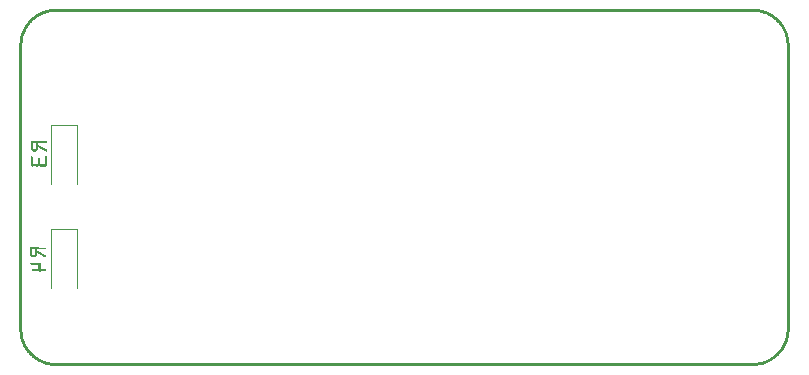
<source format=gbo>
G04 MADE WITH FRITZING*
G04 WWW.FRITZING.ORG*
G04 DOUBLE SIDED*
G04 HOLES PLATED*
G04 CONTOUR ON CENTER OF CONTOUR VECTOR*
%ASAXBY*%
%FSLAX23Y23*%
%MOIN*%
%OFA0B0*%
%SFA1.0B1.0*%
%ADD10R,0.001000X0.001000*%
%LNSILK0*%
G90*
G70*
G54D10*
X112Y1220D02*
X2455Y1220D01*
X104Y1219D02*
X2463Y1219D01*
X99Y1218D02*
X2469Y1218D01*
X94Y1217D02*
X2473Y1217D01*
X90Y1216D02*
X2477Y1216D01*
X87Y1215D02*
X2480Y1215D01*
X84Y1214D02*
X2483Y1214D01*
X81Y1213D02*
X2486Y1213D01*
X78Y1212D02*
X2489Y1212D01*
X76Y1211D02*
X2491Y1211D01*
X74Y1210D02*
X111Y1210D01*
X2456Y1210D02*
X2494Y1210D01*
X71Y1209D02*
X104Y1209D01*
X2464Y1209D02*
X2496Y1209D01*
X69Y1208D02*
X98Y1208D01*
X2469Y1208D02*
X2498Y1208D01*
X67Y1207D02*
X94Y1207D01*
X2473Y1207D02*
X2500Y1207D01*
X65Y1206D02*
X90Y1206D01*
X2477Y1206D02*
X2502Y1206D01*
X64Y1205D02*
X87Y1205D01*
X2480Y1205D02*
X2504Y1205D01*
X62Y1204D02*
X84Y1204D01*
X2483Y1204D02*
X2506Y1204D01*
X60Y1203D02*
X81Y1203D01*
X2486Y1203D02*
X2507Y1203D01*
X58Y1202D02*
X79Y1202D01*
X2489Y1202D02*
X2509Y1202D01*
X57Y1201D02*
X77Y1201D01*
X2491Y1201D02*
X2511Y1201D01*
X55Y1200D02*
X74Y1200D01*
X2493Y1200D02*
X2512Y1200D01*
X54Y1199D02*
X72Y1199D01*
X2495Y1199D02*
X2514Y1199D01*
X52Y1198D02*
X70Y1198D01*
X2497Y1198D02*
X2515Y1198D01*
X51Y1197D02*
X68Y1197D01*
X2499Y1197D02*
X2516Y1197D01*
X50Y1196D02*
X67Y1196D01*
X2501Y1196D02*
X2518Y1196D01*
X48Y1195D02*
X65Y1195D01*
X2503Y1195D02*
X2519Y1195D01*
X47Y1194D02*
X63Y1194D01*
X2504Y1194D02*
X2520Y1194D01*
X46Y1193D02*
X62Y1193D01*
X2506Y1193D02*
X2522Y1193D01*
X45Y1192D02*
X60Y1192D01*
X2507Y1192D02*
X2523Y1192D01*
X43Y1191D02*
X59Y1191D01*
X2509Y1191D02*
X2524Y1191D01*
X42Y1190D02*
X57Y1190D01*
X2510Y1190D02*
X2525Y1190D01*
X41Y1189D02*
X56Y1189D01*
X2512Y1189D02*
X2526Y1189D01*
X40Y1188D02*
X55Y1188D01*
X2513Y1188D02*
X2527Y1188D01*
X39Y1187D02*
X53Y1187D01*
X2514Y1187D02*
X2528Y1187D01*
X38Y1186D02*
X52Y1186D01*
X2515Y1186D02*
X2530Y1186D01*
X37Y1185D02*
X51Y1185D01*
X2517Y1185D02*
X2531Y1185D01*
X36Y1184D02*
X50Y1184D01*
X2518Y1184D02*
X2532Y1184D01*
X35Y1183D02*
X48Y1183D01*
X2519Y1183D02*
X2533Y1183D01*
X34Y1182D02*
X47Y1182D01*
X2520Y1182D02*
X2533Y1182D01*
X33Y1181D02*
X46Y1181D01*
X2521Y1181D02*
X2534Y1181D01*
X32Y1180D02*
X45Y1180D01*
X2522Y1180D02*
X2535Y1180D01*
X31Y1179D02*
X44Y1179D01*
X2523Y1179D02*
X2536Y1179D01*
X30Y1178D02*
X43Y1178D01*
X2524Y1178D02*
X2537Y1178D01*
X29Y1177D02*
X42Y1177D01*
X2525Y1177D02*
X2538Y1177D01*
X29Y1176D02*
X41Y1176D01*
X2526Y1176D02*
X2539Y1176D01*
X28Y1175D02*
X40Y1175D01*
X2527Y1175D02*
X2540Y1175D01*
X27Y1174D02*
X39Y1174D01*
X2528Y1174D02*
X2540Y1174D01*
X26Y1173D02*
X38Y1173D01*
X2529Y1173D02*
X2541Y1173D01*
X25Y1172D02*
X37Y1172D01*
X2530Y1172D02*
X2542Y1172D01*
X25Y1171D02*
X36Y1171D01*
X2531Y1171D02*
X2543Y1171D01*
X24Y1170D02*
X36Y1170D01*
X2532Y1170D02*
X2543Y1170D01*
X23Y1169D02*
X35Y1169D01*
X2533Y1169D02*
X2544Y1169D01*
X23Y1168D02*
X34Y1168D01*
X2533Y1168D02*
X2545Y1168D01*
X22Y1167D02*
X33Y1167D01*
X2534Y1167D02*
X2545Y1167D01*
X21Y1166D02*
X32Y1166D01*
X2535Y1166D02*
X2546Y1166D01*
X20Y1165D02*
X32Y1165D01*
X2536Y1165D02*
X2547Y1165D01*
X20Y1164D02*
X31Y1164D01*
X2536Y1164D02*
X2547Y1164D01*
X19Y1163D02*
X30Y1163D01*
X2537Y1163D02*
X2548Y1163D01*
X19Y1162D02*
X29Y1162D01*
X2538Y1162D02*
X2549Y1162D01*
X18Y1161D02*
X29Y1161D01*
X2539Y1161D02*
X2549Y1161D01*
X17Y1160D02*
X28Y1160D01*
X2539Y1160D02*
X2550Y1160D01*
X17Y1159D02*
X27Y1159D01*
X2540Y1159D02*
X2550Y1159D01*
X16Y1158D02*
X27Y1158D01*
X2541Y1158D02*
X2551Y1158D01*
X16Y1157D02*
X26Y1157D01*
X2541Y1157D02*
X2552Y1157D01*
X15Y1156D02*
X25Y1156D01*
X2542Y1156D02*
X2552Y1156D01*
X15Y1155D02*
X25Y1155D01*
X2542Y1155D02*
X2553Y1155D01*
X14Y1154D02*
X24Y1154D01*
X2543Y1154D02*
X2553Y1154D01*
X14Y1153D02*
X24Y1153D01*
X2543Y1153D02*
X2554Y1153D01*
X13Y1152D02*
X23Y1152D01*
X2544Y1152D02*
X2554Y1152D01*
X13Y1151D02*
X23Y1151D01*
X2545Y1151D02*
X2555Y1151D01*
X12Y1150D02*
X22Y1150D01*
X2545Y1150D02*
X2555Y1150D01*
X12Y1149D02*
X22Y1149D01*
X2546Y1149D02*
X2556Y1149D01*
X11Y1148D02*
X21Y1148D01*
X2546Y1148D02*
X2556Y1148D01*
X11Y1147D02*
X21Y1147D01*
X2547Y1147D02*
X2556Y1147D01*
X10Y1146D02*
X20Y1146D01*
X2547Y1146D02*
X2557Y1146D01*
X10Y1145D02*
X20Y1145D01*
X2548Y1145D02*
X2557Y1145D01*
X9Y1144D02*
X19Y1144D01*
X2548Y1144D02*
X2558Y1144D01*
X9Y1143D02*
X19Y1143D01*
X2548Y1143D02*
X2558Y1143D01*
X9Y1142D02*
X18Y1142D01*
X2549Y1142D02*
X2558Y1142D01*
X8Y1141D02*
X18Y1141D01*
X2549Y1141D02*
X2559Y1141D01*
X8Y1140D02*
X17Y1140D01*
X2550Y1140D02*
X2559Y1140D01*
X7Y1139D02*
X17Y1139D01*
X2550Y1139D02*
X2560Y1139D01*
X7Y1138D02*
X17Y1138D01*
X2551Y1138D02*
X2560Y1138D01*
X7Y1137D02*
X16Y1137D01*
X2551Y1137D02*
X2560Y1137D01*
X6Y1136D02*
X16Y1136D01*
X2551Y1136D02*
X2561Y1136D01*
X6Y1135D02*
X15Y1135D01*
X2552Y1135D02*
X2561Y1135D01*
X6Y1134D02*
X15Y1134D01*
X2552Y1134D02*
X2561Y1134D01*
X5Y1133D02*
X15Y1133D01*
X2552Y1133D02*
X2562Y1133D01*
X5Y1132D02*
X14Y1132D01*
X2553Y1132D02*
X2562Y1132D01*
X5Y1131D02*
X14Y1131D01*
X2553Y1131D02*
X2562Y1131D01*
X5Y1130D02*
X14Y1130D01*
X2553Y1130D02*
X2562Y1130D01*
X4Y1129D02*
X14Y1129D01*
X2554Y1129D02*
X2563Y1129D01*
X4Y1128D02*
X13Y1128D01*
X2554Y1128D02*
X2563Y1128D01*
X4Y1127D02*
X13Y1127D01*
X2554Y1127D02*
X2563Y1127D01*
X4Y1126D02*
X13Y1126D01*
X2554Y1126D02*
X2563Y1126D01*
X3Y1125D02*
X12Y1125D01*
X2555Y1125D02*
X2564Y1125D01*
X3Y1124D02*
X12Y1124D01*
X2555Y1124D02*
X2564Y1124D01*
X3Y1123D02*
X12Y1123D01*
X2555Y1123D02*
X2564Y1123D01*
X3Y1122D02*
X12Y1122D01*
X2555Y1122D02*
X2564Y1122D01*
X2Y1121D02*
X12Y1121D01*
X2555Y1121D02*
X2565Y1121D01*
X2Y1120D02*
X11Y1120D01*
X2556Y1120D02*
X2565Y1120D01*
X2Y1119D02*
X11Y1119D01*
X2556Y1119D02*
X2565Y1119D01*
X2Y1118D02*
X11Y1118D01*
X2556Y1118D02*
X2565Y1118D01*
X2Y1117D02*
X11Y1117D01*
X2556Y1117D02*
X2565Y1117D01*
X2Y1116D02*
X11Y1116D01*
X2556Y1116D02*
X2565Y1116D01*
X1Y1115D02*
X10Y1115D01*
X2557Y1115D02*
X2566Y1115D01*
X1Y1114D02*
X10Y1114D01*
X2557Y1114D02*
X2566Y1114D01*
X1Y1113D02*
X10Y1113D01*
X2557Y1113D02*
X2566Y1113D01*
X1Y1112D02*
X10Y1112D01*
X2557Y1112D02*
X2566Y1112D01*
X1Y1111D02*
X10Y1111D01*
X2557Y1111D02*
X2566Y1111D01*
X1Y1110D02*
X10Y1110D01*
X2557Y1110D02*
X2566Y1110D01*
X1Y1109D02*
X10Y1109D01*
X2557Y1109D02*
X2566Y1109D01*
X1Y1108D02*
X10Y1108D01*
X2557Y1108D02*
X2566Y1108D01*
X0Y1107D02*
X9Y1107D01*
X2558Y1107D02*
X2567Y1107D01*
X0Y1106D02*
X9Y1106D01*
X2558Y1106D02*
X2567Y1106D01*
X0Y1105D02*
X9Y1105D01*
X2558Y1105D02*
X2567Y1105D01*
X0Y1104D02*
X9Y1104D01*
X2558Y1104D02*
X2567Y1104D01*
X0Y1103D02*
X9Y1103D01*
X2558Y1103D02*
X2567Y1103D01*
X0Y1102D02*
X9Y1102D01*
X2558Y1102D02*
X2567Y1102D01*
X0Y1101D02*
X9Y1101D01*
X2558Y1101D02*
X2567Y1101D01*
X0Y1100D02*
X9Y1100D01*
X2558Y1100D02*
X2567Y1100D01*
X0Y1099D02*
X9Y1099D01*
X2558Y1099D02*
X2567Y1099D01*
X0Y1098D02*
X9Y1098D01*
X2558Y1098D02*
X2567Y1098D01*
X0Y1097D02*
X9Y1097D01*
X2558Y1097D02*
X2567Y1097D01*
X0Y1096D02*
X9Y1096D01*
X2558Y1096D02*
X2567Y1096D01*
X0Y1095D02*
X9Y1095D01*
X2558Y1095D02*
X2567Y1095D01*
X0Y1094D02*
X9Y1094D01*
X2558Y1094D02*
X2567Y1094D01*
X0Y1093D02*
X9Y1093D01*
X2558Y1093D02*
X2567Y1093D01*
X0Y1092D02*
X9Y1092D01*
X2558Y1092D02*
X2567Y1092D01*
X0Y1091D02*
X9Y1091D01*
X2558Y1091D02*
X2567Y1091D01*
X0Y1090D02*
X9Y1090D01*
X2558Y1090D02*
X2567Y1090D01*
X0Y1089D02*
X9Y1089D01*
X2558Y1089D02*
X2567Y1089D01*
X0Y1088D02*
X9Y1088D01*
X2558Y1088D02*
X2567Y1088D01*
X0Y1087D02*
X9Y1087D01*
X2558Y1087D02*
X2567Y1087D01*
X0Y1086D02*
X9Y1086D01*
X2558Y1086D02*
X2567Y1086D01*
X0Y1085D02*
X9Y1085D01*
X2558Y1085D02*
X2567Y1085D01*
X0Y1084D02*
X9Y1084D01*
X2558Y1084D02*
X2567Y1084D01*
X0Y1083D02*
X9Y1083D01*
X2558Y1083D02*
X2567Y1083D01*
X0Y1082D02*
X9Y1082D01*
X2558Y1082D02*
X2567Y1082D01*
X0Y1081D02*
X9Y1081D01*
X2558Y1081D02*
X2567Y1081D01*
X0Y1080D02*
X9Y1080D01*
X2558Y1080D02*
X2567Y1080D01*
X0Y1079D02*
X9Y1079D01*
X2558Y1079D02*
X2567Y1079D01*
X0Y1078D02*
X9Y1078D01*
X2558Y1078D02*
X2567Y1078D01*
X0Y1077D02*
X9Y1077D01*
X2558Y1077D02*
X2567Y1077D01*
X0Y1076D02*
X9Y1076D01*
X2558Y1076D02*
X2567Y1076D01*
X0Y1075D02*
X9Y1075D01*
X2558Y1075D02*
X2567Y1075D01*
X0Y1074D02*
X9Y1074D01*
X2558Y1074D02*
X2567Y1074D01*
X0Y1073D02*
X9Y1073D01*
X2558Y1073D02*
X2567Y1073D01*
X0Y1072D02*
X9Y1072D01*
X2558Y1072D02*
X2567Y1072D01*
X0Y1071D02*
X9Y1071D01*
X2558Y1071D02*
X2567Y1071D01*
X0Y1070D02*
X9Y1070D01*
X2558Y1070D02*
X2567Y1070D01*
X0Y1069D02*
X9Y1069D01*
X2558Y1069D02*
X2567Y1069D01*
X0Y1068D02*
X9Y1068D01*
X2558Y1068D02*
X2567Y1068D01*
X0Y1067D02*
X9Y1067D01*
X2558Y1067D02*
X2567Y1067D01*
X0Y1066D02*
X9Y1066D01*
X2558Y1066D02*
X2567Y1066D01*
X0Y1065D02*
X9Y1065D01*
X2558Y1065D02*
X2567Y1065D01*
X0Y1064D02*
X9Y1064D01*
X2558Y1064D02*
X2567Y1064D01*
X0Y1063D02*
X9Y1063D01*
X2558Y1063D02*
X2567Y1063D01*
X0Y1062D02*
X9Y1062D01*
X2558Y1062D02*
X2567Y1062D01*
X0Y1061D02*
X9Y1061D01*
X2558Y1061D02*
X2567Y1061D01*
X0Y1060D02*
X9Y1060D01*
X2558Y1060D02*
X2567Y1060D01*
X0Y1059D02*
X9Y1059D01*
X2558Y1059D02*
X2567Y1059D01*
X0Y1058D02*
X9Y1058D01*
X2558Y1058D02*
X2567Y1058D01*
X0Y1057D02*
X9Y1057D01*
X2558Y1057D02*
X2567Y1057D01*
X0Y1056D02*
X9Y1056D01*
X2558Y1056D02*
X2567Y1056D01*
X0Y1055D02*
X9Y1055D01*
X2558Y1055D02*
X2567Y1055D01*
X0Y1054D02*
X9Y1054D01*
X2558Y1054D02*
X2567Y1054D01*
X0Y1053D02*
X9Y1053D01*
X2558Y1053D02*
X2567Y1053D01*
X0Y1052D02*
X9Y1052D01*
X2558Y1052D02*
X2567Y1052D01*
X0Y1051D02*
X9Y1051D01*
X2558Y1051D02*
X2567Y1051D01*
X0Y1050D02*
X9Y1050D01*
X2558Y1050D02*
X2567Y1050D01*
X0Y1049D02*
X9Y1049D01*
X2558Y1049D02*
X2567Y1049D01*
X0Y1048D02*
X9Y1048D01*
X2558Y1048D02*
X2567Y1048D01*
X0Y1047D02*
X9Y1047D01*
X2558Y1047D02*
X2567Y1047D01*
X0Y1046D02*
X9Y1046D01*
X2558Y1046D02*
X2567Y1046D01*
X0Y1045D02*
X9Y1045D01*
X2558Y1045D02*
X2567Y1045D01*
X0Y1044D02*
X9Y1044D01*
X2558Y1044D02*
X2567Y1044D01*
X0Y1043D02*
X9Y1043D01*
X2558Y1043D02*
X2567Y1043D01*
X0Y1042D02*
X9Y1042D01*
X2558Y1042D02*
X2567Y1042D01*
X0Y1041D02*
X9Y1041D01*
X2558Y1041D02*
X2567Y1041D01*
X0Y1040D02*
X9Y1040D01*
X2558Y1040D02*
X2567Y1040D01*
X0Y1039D02*
X9Y1039D01*
X2558Y1039D02*
X2567Y1039D01*
X0Y1038D02*
X9Y1038D01*
X2558Y1038D02*
X2567Y1038D01*
X0Y1037D02*
X9Y1037D01*
X2558Y1037D02*
X2567Y1037D01*
X0Y1036D02*
X9Y1036D01*
X2558Y1036D02*
X2567Y1036D01*
X0Y1035D02*
X9Y1035D01*
X2558Y1035D02*
X2567Y1035D01*
X0Y1034D02*
X9Y1034D01*
X2558Y1034D02*
X2567Y1034D01*
X0Y1033D02*
X9Y1033D01*
X2558Y1033D02*
X2567Y1033D01*
X0Y1032D02*
X9Y1032D01*
X2558Y1032D02*
X2567Y1032D01*
X0Y1031D02*
X9Y1031D01*
X2558Y1031D02*
X2567Y1031D01*
X0Y1030D02*
X9Y1030D01*
X2558Y1030D02*
X2567Y1030D01*
X0Y1029D02*
X9Y1029D01*
X2558Y1029D02*
X2567Y1029D01*
X0Y1028D02*
X9Y1028D01*
X2558Y1028D02*
X2567Y1028D01*
X0Y1027D02*
X9Y1027D01*
X2558Y1027D02*
X2567Y1027D01*
X0Y1026D02*
X9Y1026D01*
X2558Y1026D02*
X2567Y1026D01*
X0Y1025D02*
X9Y1025D01*
X2558Y1025D02*
X2567Y1025D01*
X0Y1024D02*
X9Y1024D01*
X2558Y1024D02*
X2567Y1024D01*
X0Y1023D02*
X9Y1023D01*
X2558Y1023D02*
X2567Y1023D01*
X0Y1022D02*
X9Y1022D01*
X2558Y1022D02*
X2567Y1022D01*
X0Y1021D02*
X9Y1021D01*
X2558Y1021D02*
X2567Y1021D01*
X0Y1020D02*
X9Y1020D01*
X2558Y1020D02*
X2567Y1020D01*
X0Y1019D02*
X9Y1019D01*
X2558Y1019D02*
X2567Y1019D01*
X0Y1018D02*
X9Y1018D01*
X2558Y1018D02*
X2567Y1018D01*
X0Y1017D02*
X9Y1017D01*
X2558Y1017D02*
X2567Y1017D01*
X0Y1016D02*
X9Y1016D01*
X2558Y1016D02*
X2567Y1016D01*
X0Y1015D02*
X9Y1015D01*
X2558Y1015D02*
X2567Y1015D01*
X0Y1014D02*
X9Y1014D01*
X2558Y1014D02*
X2567Y1014D01*
X0Y1013D02*
X9Y1013D01*
X2558Y1013D02*
X2567Y1013D01*
X0Y1012D02*
X9Y1012D01*
X2558Y1012D02*
X2567Y1012D01*
X0Y1011D02*
X9Y1011D01*
X2558Y1011D02*
X2567Y1011D01*
X0Y1010D02*
X9Y1010D01*
X2558Y1010D02*
X2567Y1010D01*
X0Y1009D02*
X9Y1009D01*
X2558Y1009D02*
X2567Y1009D01*
X0Y1008D02*
X9Y1008D01*
X2558Y1008D02*
X2567Y1008D01*
X0Y1007D02*
X9Y1007D01*
X2558Y1007D02*
X2567Y1007D01*
X0Y1006D02*
X9Y1006D01*
X2558Y1006D02*
X2567Y1006D01*
X0Y1005D02*
X9Y1005D01*
X2558Y1005D02*
X2567Y1005D01*
X0Y1004D02*
X9Y1004D01*
X2558Y1004D02*
X2567Y1004D01*
X0Y1003D02*
X9Y1003D01*
X2558Y1003D02*
X2567Y1003D01*
X0Y1002D02*
X9Y1002D01*
X2558Y1002D02*
X2567Y1002D01*
X0Y1001D02*
X9Y1001D01*
X2558Y1001D02*
X2567Y1001D01*
X0Y1000D02*
X9Y1000D01*
X2558Y1000D02*
X2567Y1000D01*
X0Y999D02*
X9Y999D01*
X2558Y999D02*
X2567Y999D01*
X0Y998D02*
X9Y998D01*
X2558Y998D02*
X2567Y998D01*
X0Y997D02*
X9Y997D01*
X2558Y997D02*
X2567Y997D01*
X0Y996D02*
X9Y996D01*
X2558Y996D02*
X2567Y996D01*
X0Y995D02*
X9Y995D01*
X2558Y995D02*
X2567Y995D01*
X0Y994D02*
X9Y994D01*
X2558Y994D02*
X2567Y994D01*
X0Y993D02*
X9Y993D01*
X2558Y993D02*
X2567Y993D01*
X0Y992D02*
X9Y992D01*
X2558Y992D02*
X2567Y992D01*
X0Y991D02*
X9Y991D01*
X2558Y991D02*
X2567Y991D01*
X0Y990D02*
X9Y990D01*
X2558Y990D02*
X2567Y990D01*
X0Y989D02*
X9Y989D01*
X2558Y989D02*
X2567Y989D01*
X0Y988D02*
X9Y988D01*
X2558Y988D02*
X2567Y988D01*
X0Y987D02*
X9Y987D01*
X2558Y987D02*
X2567Y987D01*
X0Y986D02*
X9Y986D01*
X2558Y986D02*
X2567Y986D01*
X0Y985D02*
X9Y985D01*
X2558Y985D02*
X2567Y985D01*
X0Y984D02*
X9Y984D01*
X2558Y984D02*
X2567Y984D01*
X0Y983D02*
X9Y983D01*
X2558Y983D02*
X2567Y983D01*
X0Y982D02*
X9Y982D01*
X2558Y982D02*
X2567Y982D01*
X0Y981D02*
X9Y981D01*
X2558Y981D02*
X2567Y981D01*
X0Y980D02*
X9Y980D01*
X2558Y980D02*
X2567Y980D01*
X0Y979D02*
X9Y979D01*
X2558Y979D02*
X2567Y979D01*
X0Y978D02*
X9Y978D01*
X2558Y978D02*
X2567Y978D01*
X0Y977D02*
X9Y977D01*
X2558Y977D02*
X2567Y977D01*
X0Y976D02*
X9Y976D01*
X2558Y976D02*
X2567Y976D01*
X0Y975D02*
X9Y975D01*
X2558Y975D02*
X2567Y975D01*
X0Y974D02*
X9Y974D01*
X2558Y974D02*
X2567Y974D01*
X0Y973D02*
X9Y973D01*
X2558Y973D02*
X2567Y973D01*
X0Y972D02*
X9Y972D01*
X2558Y972D02*
X2567Y972D01*
X0Y971D02*
X9Y971D01*
X2558Y971D02*
X2567Y971D01*
X0Y970D02*
X9Y970D01*
X2558Y970D02*
X2567Y970D01*
X0Y969D02*
X9Y969D01*
X2558Y969D02*
X2567Y969D01*
X0Y968D02*
X9Y968D01*
X2558Y968D02*
X2567Y968D01*
X0Y967D02*
X9Y967D01*
X2558Y967D02*
X2567Y967D01*
X0Y966D02*
X9Y966D01*
X2558Y966D02*
X2567Y966D01*
X0Y965D02*
X9Y965D01*
X2558Y965D02*
X2567Y965D01*
X0Y964D02*
X9Y964D01*
X2558Y964D02*
X2567Y964D01*
X0Y963D02*
X9Y963D01*
X2558Y963D02*
X2567Y963D01*
X0Y962D02*
X9Y962D01*
X2558Y962D02*
X2567Y962D01*
X0Y961D02*
X9Y961D01*
X2558Y961D02*
X2567Y961D01*
X0Y960D02*
X9Y960D01*
X2558Y960D02*
X2567Y960D01*
X0Y959D02*
X9Y959D01*
X2558Y959D02*
X2567Y959D01*
X0Y958D02*
X9Y958D01*
X2558Y958D02*
X2567Y958D01*
X0Y957D02*
X9Y957D01*
X2558Y957D02*
X2567Y957D01*
X0Y956D02*
X9Y956D01*
X2558Y956D02*
X2567Y956D01*
X0Y955D02*
X9Y955D01*
X2558Y955D02*
X2567Y955D01*
X0Y954D02*
X9Y954D01*
X2558Y954D02*
X2567Y954D01*
X0Y953D02*
X9Y953D01*
X2558Y953D02*
X2567Y953D01*
X0Y952D02*
X9Y952D01*
X2558Y952D02*
X2567Y952D01*
X0Y951D02*
X9Y951D01*
X2558Y951D02*
X2567Y951D01*
X0Y950D02*
X9Y950D01*
X2558Y950D02*
X2567Y950D01*
X0Y949D02*
X9Y949D01*
X2558Y949D02*
X2567Y949D01*
X0Y948D02*
X9Y948D01*
X2558Y948D02*
X2567Y948D01*
X0Y947D02*
X9Y947D01*
X2558Y947D02*
X2567Y947D01*
X0Y946D02*
X9Y946D01*
X2558Y946D02*
X2567Y946D01*
X0Y945D02*
X9Y945D01*
X2558Y945D02*
X2567Y945D01*
X0Y944D02*
X9Y944D01*
X2558Y944D02*
X2567Y944D01*
X0Y943D02*
X9Y943D01*
X2558Y943D02*
X2567Y943D01*
X0Y942D02*
X9Y942D01*
X2558Y942D02*
X2567Y942D01*
X0Y941D02*
X9Y941D01*
X2558Y941D02*
X2567Y941D01*
X0Y940D02*
X9Y940D01*
X2558Y940D02*
X2567Y940D01*
X0Y939D02*
X9Y939D01*
X2558Y939D02*
X2567Y939D01*
X0Y938D02*
X9Y938D01*
X2558Y938D02*
X2567Y938D01*
X0Y937D02*
X9Y937D01*
X2558Y937D02*
X2567Y937D01*
X0Y936D02*
X9Y936D01*
X2558Y936D02*
X2567Y936D01*
X0Y935D02*
X9Y935D01*
X2558Y935D02*
X2567Y935D01*
X0Y934D02*
X9Y934D01*
X2558Y934D02*
X2567Y934D01*
X0Y933D02*
X9Y933D01*
X2558Y933D02*
X2567Y933D01*
X0Y932D02*
X9Y932D01*
X2558Y932D02*
X2567Y932D01*
X0Y931D02*
X9Y931D01*
X2558Y931D02*
X2567Y931D01*
X0Y930D02*
X9Y930D01*
X2558Y930D02*
X2567Y930D01*
X0Y929D02*
X9Y929D01*
X2558Y929D02*
X2567Y929D01*
X0Y928D02*
X9Y928D01*
X2558Y928D02*
X2567Y928D01*
X0Y927D02*
X9Y927D01*
X2558Y927D02*
X2567Y927D01*
X0Y926D02*
X9Y926D01*
X2558Y926D02*
X2567Y926D01*
X0Y925D02*
X9Y925D01*
X2558Y925D02*
X2567Y925D01*
X0Y924D02*
X9Y924D01*
X2558Y924D02*
X2567Y924D01*
X0Y923D02*
X9Y923D01*
X2558Y923D02*
X2567Y923D01*
X0Y922D02*
X9Y922D01*
X2558Y922D02*
X2567Y922D01*
X0Y921D02*
X9Y921D01*
X2558Y921D02*
X2567Y921D01*
X0Y920D02*
X9Y920D01*
X2558Y920D02*
X2567Y920D01*
X0Y919D02*
X9Y919D01*
X2558Y919D02*
X2567Y919D01*
X0Y918D02*
X9Y918D01*
X2558Y918D02*
X2567Y918D01*
X0Y917D02*
X9Y917D01*
X2558Y917D02*
X2567Y917D01*
X0Y916D02*
X9Y916D01*
X2558Y916D02*
X2567Y916D01*
X0Y915D02*
X9Y915D01*
X2558Y915D02*
X2567Y915D01*
X0Y914D02*
X9Y914D01*
X2558Y914D02*
X2567Y914D01*
X0Y913D02*
X9Y913D01*
X2558Y913D02*
X2567Y913D01*
X0Y912D02*
X9Y912D01*
X2558Y912D02*
X2567Y912D01*
X0Y911D02*
X9Y911D01*
X2558Y911D02*
X2567Y911D01*
X0Y910D02*
X9Y910D01*
X2558Y910D02*
X2567Y910D01*
X0Y909D02*
X9Y909D01*
X2558Y909D02*
X2567Y909D01*
X0Y908D02*
X9Y908D01*
X2558Y908D02*
X2567Y908D01*
X0Y907D02*
X9Y907D01*
X2558Y907D02*
X2567Y907D01*
X0Y906D02*
X9Y906D01*
X2558Y906D02*
X2567Y906D01*
X0Y905D02*
X9Y905D01*
X2558Y905D02*
X2567Y905D01*
X0Y904D02*
X9Y904D01*
X2558Y904D02*
X2567Y904D01*
X0Y903D02*
X9Y903D01*
X2558Y903D02*
X2567Y903D01*
X0Y902D02*
X9Y902D01*
X2558Y902D02*
X2567Y902D01*
X0Y901D02*
X9Y901D01*
X2558Y901D02*
X2567Y901D01*
X0Y900D02*
X9Y900D01*
X2558Y900D02*
X2567Y900D01*
X0Y899D02*
X9Y899D01*
X2558Y899D02*
X2567Y899D01*
X0Y898D02*
X9Y898D01*
X2558Y898D02*
X2567Y898D01*
X0Y897D02*
X9Y897D01*
X2558Y897D02*
X2567Y897D01*
X0Y896D02*
X9Y896D01*
X2558Y896D02*
X2567Y896D01*
X0Y895D02*
X9Y895D01*
X2558Y895D02*
X2567Y895D01*
X0Y894D02*
X9Y894D01*
X2558Y894D02*
X2567Y894D01*
X0Y893D02*
X9Y893D01*
X2558Y893D02*
X2567Y893D01*
X0Y892D02*
X9Y892D01*
X2558Y892D02*
X2567Y892D01*
X0Y891D02*
X9Y891D01*
X2558Y891D02*
X2567Y891D01*
X0Y890D02*
X9Y890D01*
X2558Y890D02*
X2567Y890D01*
X0Y889D02*
X9Y889D01*
X2558Y889D02*
X2567Y889D01*
X0Y888D02*
X9Y888D01*
X2558Y888D02*
X2567Y888D01*
X0Y887D02*
X9Y887D01*
X2558Y887D02*
X2567Y887D01*
X0Y886D02*
X9Y886D01*
X2558Y886D02*
X2567Y886D01*
X0Y885D02*
X9Y885D01*
X2558Y885D02*
X2567Y885D01*
X0Y884D02*
X9Y884D01*
X2558Y884D02*
X2567Y884D01*
X0Y883D02*
X9Y883D01*
X2558Y883D02*
X2567Y883D01*
X0Y882D02*
X9Y882D01*
X2558Y882D02*
X2567Y882D01*
X0Y881D02*
X9Y881D01*
X2558Y881D02*
X2567Y881D01*
X0Y880D02*
X9Y880D01*
X2558Y880D02*
X2567Y880D01*
X0Y879D02*
X9Y879D01*
X2558Y879D02*
X2567Y879D01*
X0Y878D02*
X9Y878D01*
X2558Y878D02*
X2567Y878D01*
X0Y877D02*
X9Y877D01*
X2558Y877D02*
X2567Y877D01*
X0Y876D02*
X9Y876D01*
X2558Y876D02*
X2567Y876D01*
X0Y875D02*
X9Y875D01*
X2558Y875D02*
X2567Y875D01*
X0Y874D02*
X9Y874D01*
X2558Y874D02*
X2567Y874D01*
X0Y873D02*
X9Y873D01*
X2558Y873D02*
X2567Y873D01*
X0Y872D02*
X9Y872D01*
X2558Y872D02*
X2567Y872D01*
X0Y871D02*
X9Y871D01*
X2558Y871D02*
X2567Y871D01*
X0Y870D02*
X9Y870D01*
X2558Y870D02*
X2567Y870D01*
X0Y869D02*
X9Y869D01*
X2558Y869D02*
X2567Y869D01*
X0Y868D02*
X9Y868D01*
X2558Y868D02*
X2567Y868D01*
X0Y867D02*
X9Y867D01*
X2558Y867D02*
X2567Y867D01*
X0Y866D02*
X9Y866D01*
X2558Y866D02*
X2567Y866D01*
X0Y865D02*
X9Y865D01*
X2558Y865D02*
X2567Y865D01*
X0Y864D02*
X9Y864D01*
X2558Y864D02*
X2567Y864D01*
X0Y863D02*
X9Y863D01*
X2558Y863D02*
X2567Y863D01*
X0Y862D02*
X9Y862D01*
X2558Y862D02*
X2567Y862D01*
X0Y861D02*
X9Y861D01*
X2558Y861D02*
X2567Y861D01*
X0Y860D02*
X9Y860D01*
X2558Y860D02*
X2567Y860D01*
X0Y859D02*
X9Y859D01*
X2558Y859D02*
X2567Y859D01*
X0Y858D02*
X9Y858D01*
X2558Y858D02*
X2567Y858D01*
X0Y857D02*
X9Y857D01*
X2558Y857D02*
X2567Y857D01*
X0Y856D02*
X9Y856D01*
X2558Y856D02*
X2567Y856D01*
X0Y855D02*
X9Y855D01*
X2558Y855D02*
X2567Y855D01*
X0Y854D02*
X9Y854D01*
X2558Y854D02*
X2567Y854D01*
X0Y853D02*
X9Y853D01*
X2558Y853D02*
X2567Y853D01*
X0Y852D02*
X9Y852D01*
X2558Y852D02*
X2567Y852D01*
X0Y851D02*
X9Y851D01*
X2558Y851D02*
X2567Y851D01*
X0Y850D02*
X9Y850D01*
X2558Y850D02*
X2567Y850D01*
X0Y849D02*
X9Y849D01*
X2558Y849D02*
X2567Y849D01*
X0Y848D02*
X9Y848D01*
X2558Y848D02*
X2567Y848D01*
X0Y847D02*
X9Y847D01*
X2558Y847D02*
X2567Y847D01*
X0Y846D02*
X9Y846D01*
X2558Y846D02*
X2567Y846D01*
X0Y845D02*
X9Y845D01*
X2558Y845D02*
X2567Y845D01*
X0Y844D02*
X9Y844D01*
X2558Y844D02*
X2567Y844D01*
X0Y843D02*
X9Y843D01*
X2558Y843D02*
X2567Y843D01*
X0Y842D02*
X9Y842D01*
X2558Y842D02*
X2567Y842D01*
X0Y841D02*
X9Y841D01*
X2558Y841D02*
X2567Y841D01*
X0Y840D02*
X9Y840D01*
X2558Y840D02*
X2567Y840D01*
X0Y839D02*
X9Y839D01*
X2558Y839D02*
X2567Y839D01*
X0Y838D02*
X9Y838D01*
X2558Y838D02*
X2567Y838D01*
X0Y837D02*
X9Y837D01*
X2558Y837D02*
X2567Y837D01*
X0Y836D02*
X9Y836D01*
X2558Y836D02*
X2567Y836D01*
X0Y835D02*
X9Y835D01*
X2558Y835D02*
X2567Y835D01*
X0Y834D02*
X9Y834D01*
X2558Y834D02*
X2567Y834D01*
X0Y833D02*
X9Y833D01*
X2558Y833D02*
X2567Y833D01*
X0Y832D02*
X9Y832D01*
X106Y832D02*
X196Y832D01*
X2558Y832D02*
X2567Y832D01*
X0Y831D02*
X9Y831D01*
X106Y831D02*
X196Y831D01*
X2558Y831D02*
X2567Y831D01*
X0Y830D02*
X9Y830D01*
X106Y830D02*
X196Y830D01*
X2558Y830D02*
X2567Y830D01*
X0Y829D02*
X9Y829D01*
X106Y829D02*
X108Y829D01*
X194Y829D02*
X196Y829D01*
X2558Y829D02*
X2567Y829D01*
X0Y828D02*
X9Y828D01*
X106Y828D02*
X108Y828D01*
X194Y828D02*
X196Y828D01*
X2558Y828D02*
X2567Y828D01*
X0Y827D02*
X9Y827D01*
X106Y827D02*
X108Y827D01*
X194Y827D02*
X196Y827D01*
X2558Y827D02*
X2567Y827D01*
X0Y826D02*
X9Y826D01*
X106Y826D02*
X108Y826D01*
X194Y826D02*
X196Y826D01*
X2558Y826D02*
X2567Y826D01*
X0Y825D02*
X9Y825D01*
X106Y825D02*
X108Y825D01*
X194Y825D02*
X196Y825D01*
X2558Y825D02*
X2567Y825D01*
X0Y824D02*
X9Y824D01*
X106Y824D02*
X108Y824D01*
X194Y824D02*
X196Y824D01*
X2558Y824D02*
X2567Y824D01*
X0Y823D02*
X9Y823D01*
X106Y823D02*
X108Y823D01*
X194Y823D02*
X196Y823D01*
X2558Y823D02*
X2567Y823D01*
X0Y822D02*
X9Y822D01*
X106Y822D02*
X108Y822D01*
X194Y822D02*
X196Y822D01*
X2558Y822D02*
X2567Y822D01*
X0Y821D02*
X9Y821D01*
X106Y821D02*
X108Y821D01*
X194Y821D02*
X196Y821D01*
X2558Y821D02*
X2567Y821D01*
X0Y820D02*
X9Y820D01*
X106Y820D02*
X108Y820D01*
X194Y820D02*
X196Y820D01*
X2558Y820D02*
X2567Y820D01*
X0Y819D02*
X9Y819D01*
X106Y819D02*
X108Y819D01*
X194Y819D02*
X196Y819D01*
X2558Y819D02*
X2567Y819D01*
X0Y818D02*
X9Y818D01*
X106Y818D02*
X108Y818D01*
X194Y818D02*
X196Y818D01*
X2558Y818D02*
X2567Y818D01*
X0Y817D02*
X9Y817D01*
X106Y817D02*
X108Y817D01*
X194Y817D02*
X196Y817D01*
X2558Y817D02*
X2567Y817D01*
X0Y816D02*
X9Y816D01*
X106Y816D02*
X108Y816D01*
X194Y816D02*
X196Y816D01*
X2558Y816D02*
X2567Y816D01*
X0Y815D02*
X9Y815D01*
X106Y815D02*
X108Y815D01*
X194Y815D02*
X196Y815D01*
X2558Y815D02*
X2567Y815D01*
X0Y814D02*
X9Y814D01*
X106Y814D02*
X108Y814D01*
X194Y814D02*
X196Y814D01*
X2558Y814D02*
X2567Y814D01*
X0Y813D02*
X9Y813D01*
X106Y813D02*
X108Y813D01*
X194Y813D02*
X196Y813D01*
X2558Y813D02*
X2567Y813D01*
X0Y812D02*
X9Y812D01*
X106Y812D02*
X108Y812D01*
X194Y812D02*
X196Y812D01*
X2558Y812D02*
X2567Y812D01*
X0Y811D02*
X9Y811D01*
X106Y811D02*
X108Y811D01*
X194Y811D02*
X196Y811D01*
X2558Y811D02*
X2567Y811D01*
X0Y810D02*
X9Y810D01*
X106Y810D02*
X108Y810D01*
X194Y810D02*
X196Y810D01*
X2558Y810D02*
X2567Y810D01*
X0Y809D02*
X9Y809D01*
X106Y809D02*
X108Y809D01*
X194Y809D02*
X196Y809D01*
X2558Y809D02*
X2567Y809D01*
X0Y808D02*
X9Y808D01*
X106Y808D02*
X108Y808D01*
X194Y808D02*
X196Y808D01*
X2558Y808D02*
X2567Y808D01*
X0Y807D02*
X9Y807D01*
X106Y807D02*
X108Y807D01*
X194Y807D02*
X196Y807D01*
X2558Y807D02*
X2567Y807D01*
X0Y806D02*
X9Y806D01*
X106Y806D02*
X108Y806D01*
X194Y806D02*
X196Y806D01*
X2558Y806D02*
X2567Y806D01*
X0Y805D02*
X9Y805D01*
X106Y805D02*
X108Y805D01*
X194Y805D02*
X196Y805D01*
X2558Y805D02*
X2567Y805D01*
X0Y804D02*
X9Y804D01*
X106Y804D02*
X108Y804D01*
X194Y804D02*
X196Y804D01*
X2558Y804D02*
X2567Y804D01*
X0Y803D02*
X9Y803D01*
X106Y803D02*
X108Y803D01*
X194Y803D02*
X196Y803D01*
X2558Y803D02*
X2567Y803D01*
X0Y802D02*
X9Y802D01*
X106Y802D02*
X108Y802D01*
X194Y802D02*
X196Y802D01*
X2558Y802D02*
X2567Y802D01*
X0Y801D02*
X9Y801D01*
X106Y801D02*
X108Y801D01*
X194Y801D02*
X196Y801D01*
X2558Y801D02*
X2567Y801D01*
X0Y800D02*
X9Y800D01*
X106Y800D02*
X108Y800D01*
X194Y800D02*
X196Y800D01*
X2558Y800D02*
X2567Y800D01*
X0Y799D02*
X9Y799D01*
X106Y799D02*
X108Y799D01*
X194Y799D02*
X196Y799D01*
X2558Y799D02*
X2567Y799D01*
X0Y798D02*
X9Y798D01*
X106Y798D02*
X108Y798D01*
X194Y798D02*
X196Y798D01*
X2558Y798D02*
X2567Y798D01*
X0Y797D02*
X9Y797D01*
X106Y797D02*
X108Y797D01*
X194Y797D02*
X196Y797D01*
X2558Y797D02*
X2567Y797D01*
X0Y796D02*
X9Y796D01*
X106Y796D02*
X108Y796D01*
X194Y796D02*
X196Y796D01*
X2558Y796D02*
X2567Y796D01*
X0Y795D02*
X9Y795D01*
X106Y795D02*
X108Y795D01*
X194Y795D02*
X196Y795D01*
X2558Y795D02*
X2567Y795D01*
X0Y794D02*
X9Y794D01*
X106Y794D02*
X108Y794D01*
X194Y794D02*
X196Y794D01*
X2558Y794D02*
X2567Y794D01*
X0Y793D02*
X9Y793D01*
X106Y793D02*
X108Y793D01*
X194Y793D02*
X196Y793D01*
X2558Y793D02*
X2567Y793D01*
X0Y792D02*
X9Y792D01*
X106Y792D02*
X108Y792D01*
X194Y792D02*
X196Y792D01*
X2558Y792D02*
X2567Y792D01*
X0Y791D02*
X9Y791D01*
X106Y791D02*
X108Y791D01*
X194Y791D02*
X196Y791D01*
X2558Y791D02*
X2567Y791D01*
X0Y790D02*
X9Y790D01*
X106Y790D02*
X108Y790D01*
X194Y790D02*
X196Y790D01*
X2558Y790D02*
X2567Y790D01*
X0Y789D02*
X9Y789D01*
X106Y789D02*
X108Y789D01*
X194Y789D02*
X196Y789D01*
X2558Y789D02*
X2567Y789D01*
X0Y788D02*
X9Y788D01*
X106Y788D02*
X108Y788D01*
X194Y788D02*
X196Y788D01*
X2558Y788D02*
X2567Y788D01*
X0Y787D02*
X9Y787D01*
X106Y787D02*
X108Y787D01*
X194Y787D02*
X196Y787D01*
X2558Y787D02*
X2567Y787D01*
X0Y786D02*
X9Y786D01*
X106Y786D02*
X108Y786D01*
X194Y786D02*
X196Y786D01*
X2558Y786D02*
X2567Y786D01*
X0Y785D02*
X9Y785D01*
X106Y785D02*
X108Y785D01*
X194Y785D02*
X196Y785D01*
X2558Y785D02*
X2567Y785D01*
X0Y784D02*
X9Y784D01*
X106Y784D02*
X108Y784D01*
X194Y784D02*
X196Y784D01*
X2558Y784D02*
X2567Y784D01*
X0Y783D02*
X9Y783D01*
X106Y783D02*
X108Y783D01*
X194Y783D02*
X196Y783D01*
X2558Y783D02*
X2567Y783D01*
X0Y782D02*
X9Y782D01*
X106Y782D02*
X108Y782D01*
X194Y782D02*
X196Y782D01*
X2558Y782D02*
X2567Y782D01*
X0Y781D02*
X9Y781D01*
X106Y781D02*
X108Y781D01*
X194Y781D02*
X196Y781D01*
X2558Y781D02*
X2567Y781D01*
X0Y780D02*
X9Y780D01*
X106Y780D02*
X108Y780D01*
X194Y780D02*
X196Y780D01*
X2558Y780D02*
X2567Y780D01*
X0Y779D02*
X9Y779D01*
X39Y779D02*
X89Y779D01*
X106Y779D02*
X108Y779D01*
X194Y779D02*
X196Y779D01*
X2558Y779D02*
X2567Y779D01*
X0Y778D02*
X9Y778D01*
X39Y778D02*
X91Y778D01*
X106Y778D02*
X108Y778D01*
X194Y778D02*
X196Y778D01*
X2558Y778D02*
X2567Y778D01*
X0Y777D02*
X9Y777D01*
X39Y777D02*
X92Y777D01*
X106Y777D02*
X108Y777D01*
X194Y777D02*
X196Y777D01*
X2558Y777D02*
X2567Y777D01*
X0Y776D02*
X9Y776D01*
X39Y776D02*
X92Y776D01*
X106Y776D02*
X108Y776D01*
X194Y776D02*
X196Y776D01*
X2558Y776D02*
X2567Y776D01*
X0Y775D02*
X9Y775D01*
X39Y775D02*
X92Y775D01*
X106Y775D02*
X108Y775D01*
X194Y775D02*
X196Y775D01*
X2558Y775D02*
X2567Y775D01*
X0Y774D02*
X9Y774D01*
X39Y774D02*
X91Y774D01*
X106Y774D02*
X108Y774D01*
X194Y774D02*
X196Y774D01*
X2558Y774D02*
X2567Y774D01*
X0Y773D02*
X9Y773D01*
X39Y773D02*
X91Y773D01*
X106Y773D02*
X108Y773D01*
X194Y773D02*
X196Y773D01*
X2558Y773D02*
X2567Y773D01*
X0Y772D02*
X9Y772D01*
X39Y772D02*
X45Y772D01*
X56Y772D02*
X63Y772D01*
X106Y772D02*
X108Y772D01*
X194Y772D02*
X196Y772D01*
X2558Y772D02*
X2567Y772D01*
X0Y771D02*
X9Y771D01*
X39Y771D02*
X45Y771D01*
X56Y771D02*
X62Y771D01*
X106Y771D02*
X108Y771D01*
X194Y771D02*
X196Y771D01*
X2558Y771D02*
X2567Y771D01*
X0Y770D02*
X9Y770D01*
X39Y770D02*
X45Y770D01*
X56Y770D02*
X62Y770D01*
X106Y770D02*
X108Y770D01*
X194Y770D02*
X196Y770D01*
X2558Y770D02*
X2567Y770D01*
X0Y769D02*
X9Y769D01*
X39Y769D02*
X45Y769D01*
X56Y769D02*
X62Y769D01*
X106Y769D02*
X108Y769D01*
X194Y769D02*
X196Y769D01*
X2558Y769D02*
X2567Y769D01*
X0Y768D02*
X9Y768D01*
X39Y768D02*
X45Y768D01*
X56Y768D02*
X62Y768D01*
X106Y768D02*
X108Y768D01*
X194Y768D02*
X196Y768D01*
X2558Y768D02*
X2567Y768D01*
X0Y767D02*
X9Y767D01*
X39Y767D02*
X45Y767D01*
X56Y767D02*
X63Y767D01*
X106Y767D02*
X108Y767D01*
X194Y767D02*
X196Y767D01*
X2558Y767D02*
X2567Y767D01*
X0Y766D02*
X9Y766D01*
X39Y766D02*
X45Y766D01*
X56Y766D02*
X65Y766D01*
X106Y766D02*
X108Y766D01*
X194Y766D02*
X196Y766D01*
X2558Y766D02*
X2567Y766D01*
X0Y765D02*
X9Y765D01*
X39Y765D02*
X45Y765D01*
X56Y765D02*
X66Y765D01*
X106Y765D02*
X108Y765D01*
X194Y765D02*
X196Y765D01*
X2558Y765D02*
X2567Y765D01*
X0Y764D02*
X9Y764D01*
X39Y764D02*
X45Y764D01*
X56Y764D02*
X68Y764D01*
X106Y764D02*
X108Y764D01*
X194Y764D02*
X196Y764D01*
X2558Y764D02*
X2567Y764D01*
X0Y763D02*
X9Y763D01*
X39Y763D02*
X45Y763D01*
X56Y763D02*
X70Y763D01*
X106Y763D02*
X108Y763D01*
X194Y763D02*
X196Y763D01*
X2558Y763D02*
X2567Y763D01*
X0Y762D02*
X9Y762D01*
X39Y762D02*
X45Y762D01*
X56Y762D02*
X72Y762D01*
X106Y762D02*
X108Y762D01*
X194Y762D02*
X196Y762D01*
X2558Y762D02*
X2567Y762D01*
X0Y761D02*
X9Y761D01*
X39Y761D02*
X45Y761D01*
X56Y761D02*
X73Y761D01*
X106Y761D02*
X108Y761D01*
X194Y761D02*
X196Y761D01*
X2558Y761D02*
X2567Y761D01*
X0Y760D02*
X9Y760D01*
X39Y760D02*
X45Y760D01*
X56Y760D02*
X75Y760D01*
X106Y760D02*
X108Y760D01*
X194Y760D02*
X196Y760D01*
X2558Y760D02*
X2567Y760D01*
X0Y759D02*
X9Y759D01*
X39Y759D02*
X45Y759D01*
X56Y759D02*
X77Y759D01*
X106Y759D02*
X108Y759D01*
X194Y759D02*
X196Y759D01*
X2558Y759D02*
X2567Y759D01*
X0Y758D02*
X9Y758D01*
X39Y758D02*
X45Y758D01*
X56Y758D02*
X62Y758D01*
X65Y758D02*
X78Y758D01*
X106Y758D02*
X108Y758D01*
X194Y758D02*
X196Y758D01*
X2558Y758D02*
X2567Y758D01*
X0Y757D02*
X9Y757D01*
X39Y757D02*
X45Y757D01*
X56Y757D02*
X62Y757D01*
X67Y757D02*
X80Y757D01*
X106Y757D02*
X108Y757D01*
X194Y757D02*
X196Y757D01*
X2558Y757D02*
X2567Y757D01*
X0Y756D02*
X9Y756D01*
X39Y756D02*
X45Y756D01*
X56Y756D02*
X62Y756D01*
X69Y756D02*
X82Y756D01*
X106Y756D02*
X109Y756D01*
X193Y756D02*
X196Y756D01*
X2558Y756D02*
X2567Y756D01*
X0Y755D02*
X9Y755D01*
X39Y755D02*
X45Y755D01*
X56Y755D02*
X62Y755D01*
X70Y755D02*
X84Y755D01*
X106Y755D02*
X109Y755D01*
X193Y755D02*
X196Y755D01*
X2558Y755D02*
X2567Y755D01*
X0Y754D02*
X9Y754D01*
X39Y754D02*
X45Y754D01*
X56Y754D02*
X62Y754D01*
X72Y754D02*
X85Y754D01*
X106Y754D02*
X109Y754D01*
X193Y754D02*
X196Y754D01*
X2558Y754D02*
X2567Y754D01*
X0Y753D02*
X9Y753D01*
X39Y753D02*
X45Y753D01*
X56Y753D02*
X62Y753D01*
X74Y753D02*
X87Y753D01*
X106Y753D02*
X109Y753D01*
X193Y753D02*
X196Y753D01*
X2558Y753D02*
X2567Y753D01*
X0Y752D02*
X9Y752D01*
X39Y752D02*
X47Y752D01*
X54Y752D02*
X62Y752D01*
X76Y752D02*
X89Y752D01*
X106Y752D02*
X109Y752D01*
X193Y752D02*
X196Y752D01*
X2558Y752D02*
X2567Y752D01*
X0Y751D02*
X9Y751D01*
X40Y751D02*
X61Y751D01*
X77Y751D02*
X90Y751D01*
X106Y751D02*
X109Y751D01*
X193Y751D02*
X196Y751D01*
X2558Y751D02*
X2567Y751D01*
X0Y750D02*
X9Y750D01*
X40Y750D02*
X61Y750D01*
X79Y750D02*
X91Y750D01*
X106Y750D02*
X109Y750D01*
X193Y750D02*
X196Y750D01*
X2558Y750D02*
X2567Y750D01*
X0Y749D02*
X9Y749D01*
X41Y749D02*
X60Y749D01*
X81Y749D02*
X92Y749D01*
X106Y749D02*
X109Y749D01*
X193Y749D02*
X196Y749D01*
X2558Y749D02*
X2567Y749D01*
X0Y748D02*
X9Y748D01*
X42Y748D02*
X59Y748D01*
X82Y748D02*
X92Y748D01*
X106Y748D02*
X109Y748D01*
X193Y748D02*
X196Y748D01*
X2558Y748D02*
X2567Y748D01*
X0Y747D02*
X9Y747D01*
X43Y747D02*
X58Y747D01*
X84Y747D02*
X92Y747D01*
X106Y747D02*
X109Y747D01*
X193Y747D02*
X196Y747D01*
X2558Y747D02*
X2567Y747D01*
X0Y746D02*
X9Y746D01*
X44Y746D02*
X57Y746D01*
X86Y746D02*
X91Y746D01*
X106Y746D02*
X109Y746D01*
X193Y746D02*
X196Y746D01*
X2558Y746D02*
X2567Y746D01*
X0Y745D02*
X9Y745D01*
X46Y745D02*
X55Y745D01*
X88Y745D02*
X90Y745D01*
X106Y745D02*
X109Y745D01*
X193Y745D02*
X196Y745D01*
X2558Y745D02*
X2567Y745D01*
X0Y744D02*
X9Y744D01*
X106Y744D02*
X109Y744D01*
X193Y744D02*
X196Y744D01*
X2558Y744D02*
X2567Y744D01*
X0Y743D02*
X9Y743D01*
X106Y743D02*
X109Y743D01*
X193Y743D02*
X196Y743D01*
X2558Y743D02*
X2567Y743D01*
X0Y742D02*
X9Y742D01*
X106Y742D02*
X109Y742D01*
X193Y742D02*
X196Y742D01*
X2558Y742D02*
X2567Y742D01*
X0Y741D02*
X9Y741D01*
X106Y741D02*
X109Y741D01*
X193Y741D02*
X196Y741D01*
X2558Y741D02*
X2567Y741D01*
X0Y740D02*
X9Y740D01*
X106Y740D02*
X109Y740D01*
X193Y740D02*
X196Y740D01*
X2558Y740D02*
X2567Y740D01*
X0Y739D02*
X9Y739D01*
X106Y739D02*
X109Y739D01*
X193Y739D02*
X196Y739D01*
X2558Y739D02*
X2567Y739D01*
X0Y738D02*
X9Y738D01*
X106Y738D02*
X109Y738D01*
X193Y738D02*
X196Y738D01*
X2558Y738D02*
X2567Y738D01*
X0Y737D02*
X9Y737D01*
X106Y737D02*
X109Y737D01*
X193Y737D02*
X196Y737D01*
X2558Y737D02*
X2567Y737D01*
X0Y736D02*
X9Y736D01*
X106Y736D02*
X109Y736D01*
X193Y736D02*
X196Y736D01*
X2558Y736D02*
X2567Y736D01*
X0Y735D02*
X9Y735D01*
X106Y735D02*
X109Y735D01*
X193Y735D02*
X196Y735D01*
X2558Y735D02*
X2567Y735D01*
X0Y734D02*
X9Y734D01*
X106Y734D02*
X109Y734D01*
X193Y734D02*
X196Y734D01*
X2558Y734D02*
X2567Y734D01*
X0Y733D02*
X9Y733D01*
X106Y733D02*
X109Y733D01*
X193Y733D02*
X196Y733D01*
X2558Y733D02*
X2567Y733D01*
X0Y732D02*
X9Y732D01*
X106Y732D02*
X109Y732D01*
X193Y732D02*
X196Y732D01*
X2558Y732D02*
X2567Y732D01*
X0Y731D02*
X9Y731D01*
X106Y731D02*
X109Y731D01*
X193Y731D02*
X196Y731D01*
X2558Y731D02*
X2567Y731D01*
X0Y730D02*
X9Y730D01*
X106Y730D02*
X109Y730D01*
X193Y730D02*
X196Y730D01*
X2558Y730D02*
X2567Y730D01*
X0Y729D02*
X9Y729D01*
X106Y729D02*
X109Y729D01*
X193Y729D02*
X196Y729D01*
X2558Y729D02*
X2567Y729D01*
X0Y728D02*
X9Y728D01*
X40Y728D02*
X43Y728D01*
X87Y728D02*
X91Y728D01*
X106Y728D02*
X109Y728D01*
X193Y728D02*
X196Y728D01*
X2558Y728D02*
X2567Y728D01*
X0Y727D02*
X9Y727D01*
X39Y727D02*
X44Y727D01*
X86Y727D02*
X91Y727D01*
X106Y727D02*
X109Y727D01*
X193Y727D02*
X196Y727D01*
X2558Y727D02*
X2567Y727D01*
X0Y726D02*
X9Y726D01*
X39Y726D02*
X45Y726D01*
X86Y726D02*
X92Y726D01*
X106Y726D02*
X109Y726D01*
X193Y726D02*
X196Y726D01*
X2558Y726D02*
X2567Y726D01*
X0Y725D02*
X9Y725D01*
X39Y725D02*
X45Y725D01*
X86Y725D02*
X92Y725D01*
X106Y725D02*
X109Y725D01*
X193Y725D02*
X196Y725D01*
X2558Y725D02*
X2567Y725D01*
X0Y724D02*
X9Y724D01*
X39Y724D02*
X45Y724D01*
X86Y724D02*
X92Y724D01*
X106Y724D02*
X109Y724D01*
X193Y724D02*
X196Y724D01*
X2558Y724D02*
X2567Y724D01*
X0Y723D02*
X9Y723D01*
X39Y723D02*
X45Y723D01*
X86Y723D02*
X92Y723D01*
X106Y723D02*
X109Y723D01*
X193Y723D02*
X196Y723D01*
X2558Y723D02*
X2567Y723D01*
X0Y722D02*
X9Y722D01*
X39Y722D02*
X45Y722D01*
X65Y722D02*
X65Y722D01*
X86Y722D02*
X92Y722D01*
X106Y722D02*
X109Y722D01*
X193Y722D02*
X196Y722D01*
X2558Y722D02*
X2567Y722D01*
X0Y721D02*
X9Y721D01*
X39Y721D02*
X45Y721D01*
X63Y721D02*
X67Y721D01*
X86Y721D02*
X92Y721D01*
X106Y721D02*
X109Y721D01*
X193Y721D02*
X196Y721D01*
X2558Y721D02*
X2567Y721D01*
X0Y720D02*
X9Y720D01*
X39Y720D02*
X45Y720D01*
X63Y720D02*
X68Y720D01*
X86Y720D02*
X92Y720D01*
X106Y720D02*
X109Y720D01*
X193Y720D02*
X196Y720D01*
X2558Y720D02*
X2567Y720D01*
X0Y719D02*
X9Y719D01*
X39Y719D02*
X45Y719D01*
X62Y719D02*
X68Y719D01*
X86Y719D02*
X92Y719D01*
X106Y719D02*
X109Y719D01*
X193Y719D02*
X196Y719D01*
X2558Y719D02*
X2567Y719D01*
X0Y718D02*
X9Y718D01*
X39Y718D02*
X45Y718D01*
X62Y718D02*
X68Y718D01*
X86Y718D02*
X92Y718D01*
X106Y718D02*
X109Y718D01*
X193Y718D02*
X196Y718D01*
X2558Y718D02*
X2567Y718D01*
X0Y717D02*
X9Y717D01*
X39Y717D02*
X45Y717D01*
X62Y717D02*
X68Y717D01*
X86Y717D02*
X92Y717D01*
X106Y717D02*
X109Y717D01*
X193Y717D02*
X196Y717D01*
X2558Y717D02*
X2567Y717D01*
X0Y716D02*
X9Y716D01*
X39Y716D02*
X45Y716D01*
X62Y716D02*
X68Y716D01*
X86Y716D02*
X92Y716D01*
X106Y716D02*
X109Y716D01*
X193Y716D02*
X196Y716D01*
X2558Y716D02*
X2567Y716D01*
X0Y715D02*
X9Y715D01*
X39Y715D02*
X45Y715D01*
X62Y715D02*
X68Y715D01*
X86Y715D02*
X92Y715D01*
X106Y715D02*
X109Y715D01*
X193Y715D02*
X196Y715D01*
X2558Y715D02*
X2567Y715D01*
X0Y714D02*
X9Y714D01*
X39Y714D02*
X45Y714D01*
X62Y714D02*
X68Y714D01*
X86Y714D02*
X92Y714D01*
X106Y714D02*
X109Y714D01*
X193Y714D02*
X196Y714D01*
X2558Y714D02*
X2567Y714D01*
X0Y713D02*
X9Y713D01*
X39Y713D02*
X45Y713D01*
X62Y713D02*
X68Y713D01*
X86Y713D02*
X92Y713D01*
X106Y713D02*
X109Y713D01*
X193Y713D02*
X196Y713D01*
X2558Y713D02*
X2567Y713D01*
X0Y712D02*
X9Y712D01*
X39Y712D02*
X45Y712D01*
X62Y712D02*
X68Y712D01*
X86Y712D02*
X92Y712D01*
X106Y712D02*
X109Y712D01*
X193Y712D02*
X196Y712D01*
X2558Y712D02*
X2567Y712D01*
X0Y711D02*
X9Y711D01*
X39Y711D02*
X45Y711D01*
X62Y711D02*
X68Y711D01*
X86Y711D02*
X92Y711D01*
X106Y711D02*
X109Y711D01*
X193Y711D02*
X196Y711D01*
X2558Y711D02*
X2567Y711D01*
X0Y710D02*
X9Y710D01*
X39Y710D02*
X45Y710D01*
X62Y710D02*
X68Y710D01*
X86Y710D02*
X92Y710D01*
X106Y710D02*
X109Y710D01*
X193Y710D02*
X196Y710D01*
X2558Y710D02*
X2567Y710D01*
X0Y709D02*
X9Y709D01*
X39Y709D02*
X45Y709D01*
X62Y709D02*
X68Y709D01*
X86Y709D02*
X92Y709D01*
X106Y709D02*
X109Y709D01*
X193Y709D02*
X196Y709D01*
X2558Y709D02*
X2567Y709D01*
X0Y708D02*
X9Y708D01*
X39Y708D02*
X45Y708D01*
X62Y708D02*
X68Y708D01*
X86Y708D02*
X92Y708D01*
X106Y708D02*
X109Y708D01*
X193Y708D02*
X196Y708D01*
X2558Y708D02*
X2567Y708D01*
X0Y707D02*
X9Y707D01*
X39Y707D02*
X45Y707D01*
X62Y707D02*
X68Y707D01*
X86Y707D02*
X92Y707D01*
X106Y707D02*
X108Y707D01*
X194Y707D02*
X196Y707D01*
X2558Y707D02*
X2567Y707D01*
X0Y706D02*
X9Y706D01*
X39Y706D02*
X45Y706D01*
X62Y706D02*
X68Y706D01*
X86Y706D02*
X92Y706D01*
X106Y706D02*
X108Y706D01*
X194Y706D02*
X196Y706D01*
X2558Y706D02*
X2567Y706D01*
X0Y705D02*
X9Y705D01*
X39Y705D02*
X45Y705D01*
X62Y705D02*
X68Y705D01*
X86Y705D02*
X92Y705D01*
X106Y705D02*
X108Y705D01*
X194Y705D02*
X196Y705D01*
X2558Y705D02*
X2567Y705D01*
X0Y704D02*
X9Y704D01*
X39Y704D02*
X45Y704D01*
X62Y704D02*
X68Y704D01*
X86Y704D02*
X92Y704D01*
X106Y704D02*
X108Y704D01*
X194Y704D02*
X196Y704D01*
X2558Y704D02*
X2567Y704D01*
X0Y703D02*
X9Y703D01*
X39Y703D02*
X45Y703D01*
X62Y703D02*
X69Y703D01*
X86Y703D02*
X92Y703D01*
X106Y703D02*
X108Y703D01*
X194Y703D02*
X196Y703D01*
X2558Y703D02*
X2567Y703D01*
X0Y702D02*
X9Y702D01*
X39Y702D02*
X45Y702D01*
X61Y702D02*
X70Y702D01*
X86Y702D02*
X92Y702D01*
X106Y702D02*
X108Y702D01*
X194Y702D02*
X196Y702D01*
X2558Y702D02*
X2567Y702D01*
X0Y701D02*
X9Y701D01*
X39Y701D02*
X92Y701D01*
X106Y701D02*
X108Y701D01*
X194Y701D02*
X196Y701D01*
X2558Y701D02*
X2567Y701D01*
X0Y700D02*
X9Y700D01*
X39Y700D02*
X92Y700D01*
X106Y700D02*
X108Y700D01*
X194Y700D02*
X196Y700D01*
X2558Y700D02*
X2567Y700D01*
X0Y699D02*
X9Y699D01*
X39Y699D02*
X91Y699D01*
X106Y699D02*
X108Y699D01*
X194Y699D02*
X196Y699D01*
X2558Y699D02*
X2567Y699D01*
X0Y698D02*
X9Y698D01*
X40Y698D02*
X91Y698D01*
X106Y698D02*
X108Y698D01*
X194Y698D02*
X196Y698D01*
X2558Y698D02*
X2567Y698D01*
X0Y697D02*
X9Y697D01*
X40Y697D02*
X90Y697D01*
X106Y697D02*
X108Y697D01*
X194Y697D02*
X196Y697D01*
X2558Y697D02*
X2567Y697D01*
X0Y696D02*
X9Y696D01*
X41Y696D02*
X63Y696D01*
X67Y696D02*
X89Y696D01*
X106Y696D02*
X108Y696D01*
X194Y696D02*
X196Y696D01*
X2558Y696D02*
X2567Y696D01*
X0Y695D02*
X9Y695D01*
X43Y695D02*
X44Y695D01*
X57Y695D02*
X61Y695D01*
X69Y695D02*
X88Y695D01*
X106Y695D02*
X108Y695D01*
X194Y695D02*
X196Y695D01*
X2558Y695D02*
X2567Y695D01*
X0Y694D02*
X9Y694D01*
X106Y694D02*
X108Y694D01*
X194Y694D02*
X196Y694D01*
X2558Y694D02*
X2567Y694D01*
X0Y693D02*
X9Y693D01*
X106Y693D02*
X108Y693D01*
X194Y693D02*
X196Y693D01*
X2558Y693D02*
X2567Y693D01*
X0Y692D02*
X9Y692D01*
X106Y692D02*
X108Y692D01*
X194Y692D02*
X196Y692D01*
X2558Y692D02*
X2567Y692D01*
X0Y691D02*
X9Y691D01*
X106Y691D02*
X108Y691D01*
X194Y691D02*
X196Y691D01*
X2558Y691D02*
X2567Y691D01*
X0Y690D02*
X9Y690D01*
X106Y690D02*
X108Y690D01*
X194Y690D02*
X196Y690D01*
X2558Y690D02*
X2567Y690D01*
X0Y689D02*
X9Y689D01*
X106Y689D02*
X108Y689D01*
X194Y689D02*
X196Y689D01*
X2558Y689D02*
X2567Y689D01*
X0Y688D02*
X9Y688D01*
X106Y688D02*
X108Y688D01*
X194Y688D02*
X196Y688D01*
X2558Y688D02*
X2567Y688D01*
X0Y687D02*
X9Y687D01*
X106Y687D02*
X108Y687D01*
X194Y687D02*
X196Y687D01*
X2558Y687D02*
X2567Y687D01*
X0Y686D02*
X9Y686D01*
X106Y686D02*
X108Y686D01*
X194Y686D02*
X196Y686D01*
X2558Y686D02*
X2567Y686D01*
X0Y685D02*
X9Y685D01*
X106Y685D02*
X108Y685D01*
X194Y685D02*
X196Y685D01*
X2558Y685D02*
X2567Y685D01*
X0Y684D02*
X9Y684D01*
X106Y684D02*
X108Y684D01*
X194Y684D02*
X196Y684D01*
X2558Y684D02*
X2567Y684D01*
X0Y683D02*
X9Y683D01*
X106Y683D02*
X108Y683D01*
X194Y683D02*
X196Y683D01*
X2558Y683D02*
X2567Y683D01*
X0Y682D02*
X9Y682D01*
X106Y682D02*
X108Y682D01*
X194Y682D02*
X196Y682D01*
X2558Y682D02*
X2567Y682D01*
X0Y681D02*
X9Y681D01*
X106Y681D02*
X108Y681D01*
X194Y681D02*
X196Y681D01*
X2558Y681D02*
X2567Y681D01*
X0Y680D02*
X9Y680D01*
X106Y680D02*
X108Y680D01*
X194Y680D02*
X196Y680D01*
X2558Y680D02*
X2567Y680D01*
X0Y679D02*
X9Y679D01*
X106Y679D02*
X108Y679D01*
X194Y679D02*
X196Y679D01*
X2558Y679D02*
X2567Y679D01*
X0Y678D02*
X9Y678D01*
X106Y678D02*
X108Y678D01*
X194Y678D02*
X196Y678D01*
X2558Y678D02*
X2567Y678D01*
X0Y677D02*
X9Y677D01*
X106Y677D02*
X108Y677D01*
X194Y677D02*
X196Y677D01*
X2558Y677D02*
X2567Y677D01*
X0Y676D02*
X9Y676D01*
X106Y676D02*
X108Y676D01*
X194Y676D02*
X196Y676D01*
X2558Y676D02*
X2567Y676D01*
X0Y675D02*
X9Y675D01*
X106Y675D02*
X108Y675D01*
X194Y675D02*
X196Y675D01*
X2558Y675D02*
X2567Y675D01*
X0Y674D02*
X9Y674D01*
X106Y674D02*
X108Y674D01*
X194Y674D02*
X196Y674D01*
X2558Y674D02*
X2567Y674D01*
X0Y673D02*
X9Y673D01*
X106Y673D02*
X108Y673D01*
X194Y673D02*
X196Y673D01*
X2558Y673D02*
X2567Y673D01*
X0Y672D02*
X9Y672D01*
X106Y672D02*
X108Y672D01*
X194Y672D02*
X196Y672D01*
X2558Y672D02*
X2567Y672D01*
X0Y671D02*
X9Y671D01*
X106Y671D02*
X108Y671D01*
X194Y671D02*
X196Y671D01*
X2558Y671D02*
X2567Y671D01*
X0Y670D02*
X9Y670D01*
X106Y670D02*
X108Y670D01*
X194Y670D02*
X196Y670D01*
X2558Y670D02*
X2567Y670D01*
X0Y669D02*
X9Y669D01*
X106Y669D02*
X108Y669D01*
X194Y669D02*
X196Y669D01*
X2558Y669D02*
X2567Y669D01*
X0Y668D02*
X9Y668D01*
X106Y668D02*
X108Y668D01*
X194Y668D02*
X196Y668D01*
X2558Y668D02*
X2567Y668D01*
X0Y667D02*
X9Y667D01*
X106Y667D02*
X108Y667D01*
X194Y667D02*
X196Y667D01*
X2558Y667D02*
X2567Y667D01*
X0Y666D02*
X9Y666D01*
X106Y666D02*
X108Y666D01*
X194Y666D02*
X196Y666D01*
X2558Y666D02*
X2567Y666D01*
X0Y665D02*
X9Y665D01*
X106Y665D02*
X108Y665D01*
X194Y665D02*
X196Y665D01*
X2558Y665D02*
X2567Y665D01*
X0Y664D02*
X9Y664D01*
X106Y664D02*
X108Y664D01*
X194Y664D02*
X196Y664D01*
X2558Y664D02*
X2567Y664D01*
X0Y663D02*
X9Y663D01*
X106Y663D02*
X108Y663D01*
X194Y663D02*
X196Y663D01*
X2558Y663D02*
X2567Y663D01*
X0Y662D02*
X9Y662D01*
X106Y662D02*
X108Y662D01*
X194Y662D02*
X196Y662D01*
X2558Y662D02*
X2567Y662D01*
X0Y661D02*
X9Y661D01*
X106Y661D02*
X108Y661D01*
X194Y661D02*
X196Y661D01*
X2558Y661D02*
X2567Y661D01*
X0Y660D02*
X9Y660D01*
X106Y660D02*
X108Y660D01*
X194Y660D02*
X196Y660D01*
X2558Y660D02*
X2567Y660D01*
X0Y659D02*
X9Y659D01*
X106Y659D02*
X108Y659D01*
X194Y659D02*
X196Y659D01*
X2558Y659D02*
X2567Y659D01*
X0Y658D02*
X9Y658D01*
X106Y658D02*
X108Y658D01*
X194Y658D02*
X196Y658D01*
X2558Y658D02*
X2567Y658D01*
X0Y657D02*
X9Y657D01*
X106Y657D02*
X108Y657D01*
X194Y657D02*
X196Y657D01*
X2558Y657D02*
X2567Y657D01*
X0Y656D02*
X9Y656D01*
X106Y656D02*
X108Y656D01*
X194Y656D02*
X196Y656D01*
X2558Y656D02*
X2567Y656D01*
X0Y655D02*
X9Y655D01*
X106Y655D02*
X108Y655D01*
X194Y655D02*
X196Y655D01*
X2558Y655D02*
X2567Y655D01*
X0Y654D02*
X9Y654D01*
X106Y654D02*
X108Y654D01*
X194Y654D02*
X196Y654D01*
X2558Y654D02*
X2567Y654D01*
X0Y653D02*
X9Y653D01*
X106Y653D02*
X108Y653D01*
X194Y653D02*
X196Y653D01*
X2558Y653D02*
X2567Y653D01*
X0Y652D02*
X9Y652D01*
X106Y652D02*
X108Y652D01*
X194Y652D02*
X196Y652D01*
X2558Y652D02*
X2567Y652D01*
X0Y651D02*
X9Y651D01*
X106Y651D02*
X108Y651D01*
X194Y651D02*
X196Y651D01*
X2558Y651D02*
X2567Y651D01*
X0Y650D02*
X9Y650D01*
X106Y650D02*
X108Y650D01*
X194Y650D02*
X196Y650D01*
X2558Y650D02*
X2567Y650D01*
X0Y649D02*
X9Y649D01*
X106Y649D02*
X108Y649D01*
X194Y649D02*
X196Y649D01*
X2558Y649D02*
X2567Y649D01*
X0Y648D02*
X9Y648D01*
X106Y648D02*
X108Y648D01*
X194Y648D02*
X196Y648D01*
X2558Y648D02*
X2567Y648D01*
X0Y647D02*
X9Y647D01*
X106Y647D02*
X108Y647D01*
X194Y647D02*
X196Y647D01*
X2558Y647D02*
X2567Y647D01*
X0Y646D02*
X9Y646D01*
X106Y646D02*
X108Y646D01*
X194Y646D02*
X196Y646D01*
X2558Y646D02*
X2567Y646D01*
X0Y645D02*
X9Y645D01*
X106Y645D02*
X108Y645D01*
X194Y645D02*
X196Y645D01*
X2558Y645D02*
X2567Y645D01*
X0Y644D02*
X9Y644D01*
X106Y644D02*
X108Y644D01*
X194Y644D02*
X196Y644D01*
X2558Y644D02*
X2567Y644D01*
X0Y643D02*
X9Y643D01*
X106Y643D02*
X108Y643D01*
X194Y643D02*
X196Y643D01*
X2558Y643D02*
X2567Y643D01*
X0Y642D02*
X9Y642D01*
X106Y642D02*
X108Y642D01*
X194Y642D02*
X196Y642D01*
X2558Y642D02*
X2567Y642D01*
X0Y641D02*
X9Y641D01*
X106Y641D02*
X108Y641D01*
X194Y641D02*
X196Y641D01*
X2558Y641D02*
X2567Y641D01*
X0Y640D02*
X9Y640D01*
X106Y640D02*
X108Y640D01*
X194Y640D02*
X196Y640D01*
X2558Y640D02*
X2567Y640D01*
X0Y639D02*
X9Y639D01*
X106Y639D02*
X108Y639D01*
X194Y639D02*
X196Y639D01*
X2558Y639D02*
X2567Y639D01*
X0Y638D02*
X9Y638D01*
X106Y638D02*
X108Y638D01*
X194Y638D02*
X196Y638D01*
X2558Y638D02*
X2567Y638D01*
X0Y637D02*
X9Y637D01*
X106Y637D02*
X108Y637D01*
X194Y637D02*
X196Y637D01*
X2558Y637D02*
X2567Y637D01*
X0Y636D02*
X9Y636D01*
X106Y636D02*
X108Y636D01*
X194Y636D02*
X196Y636D01*
X2558Y636D02*
X2567Y636D01*
X0Y635D02*
X9Y635D01*
X106Y635D02*
X108Y635D01*
X194Y635D02*
X196Y635D01*
X2558Y635D02*
X2567Y635D01*
X0Y634D02*
X9Y634D01*
X106Y634D02*
X196Y634D01*
X2558Y634D02*
X2567Y634D01*
X0Y633D02*
X9Y633D01*
X106Y633D02*
X196Y633D01*
X2558Y633D02*
X2567Y633D01*
X0Y632D02*
X9Y632D01*
X107Y632D02*
X195Y632D01*
X2558Y632D02*
X2567Y632D01*
X0Y631D02*
X9Y631D01*
X2558Y631D02*
X2567Y631D01*
X0Y630D02*
X9Y630D01*
X2558Y630D02*
X2567Y630D01*
X0Y629D02*
X9Y629D01*
X2558Y629D02*
X2567Y629D01*
X0Y628D02*
X9Y628D01*
X2558Y628D02*
X2567Y628D01*
X0Y627D02*
X9Y627D01*
X2558Y627D02*
X2567Y627D01*
X0Y626D02*
X9Y626D01*
X2558Y626D02*
X2567Y626D01*
X0Y625D02*
X9Y625D01*
X2558Y625D02*
X2567Y625D01*
X0Y624D02*
X9Y624D01*
X2558Y624D02*
X2567Y624D01*
X0Y623D02*
X9Y623D01*
X2558Y623D02*
X2567Y623D01*
X0Y622D02*
X9Y622D01*
X2558Y622D02*
X2567Y622D01*
X0Y621D02*
X9Y621D01*
X2558Y621D02*
X2567Y621D01*
X0Y620D02*
X9Y620D01*
X2558Y620D02*
X2567Y620D01*
X0Y619D02*
X9Y619D01*
X2558Y619D02*
X2567Y619D01*
X0Y618D02*
X9Y618D01*
X2558Y618D02*
X2567Y618D01*
X0Y617D02*
X9Y617D01*
X2558Y617D02*
X2567Y617D01*
X0Y616D02*
X9Y616D01*
X2558Y616D02*
X2567Y616D01*
X0Y615D02*
X9Y615D01*
X2558Y615D02*
X2567Y615D01*
X0Y614D02*
X9Y614D01*
X2558Y614D02*
X2567Y614D01*
X0Y613D02*
X9Y613D01*
X2558Y613D02*
X2567Y613D01*
X0Y612D02*
X9Y612D01*
X2558Y612D02*
X2567Y612D01*
X0Y611D02*
X9Y611D01*
X2558Y611D02*
X2567Y611D01*
X0Y610D02*
X9Y610D01*
X2558Y610D02*
X2567Y610D01*
X0Y609D02*
X9Y609D01*
X2558Y609D02*
X2567Y609D01*
X0Y608D02*
X9Y608D01*
X2558Y608D02*
X2567Y608D01*
X0Y607D02*
X9Y607D01*
X2558Y607D02*
X2567Y607D01*
X0Y606D02*
X9Y606D01*
X2558Y606D02*
X2567Y606D01*
X0Y605D02*
X9Y605D01*
X2558Y605D02*
X2567Y605D01*
X0Y604D02*
X9Y604D01*
X2558Y604D02*
X2567Y604D01*
X0Y603D02*
X9Y603D01*
X2558Y603D02*
X2567Y603D01*
X0Y602D02*
X9Y602D01*
X2558Y602D02*
X2567Y602D01*
X0Y601D02*
X9Y601D01*
X2558Y601D02*
X2567Y601D01*
X0Y600D02*
X9Y600D01*
X2558Y600D02*
X2567Y600D01*
X0Y599D02*
X9Y599D01*
X2558Y599D02*
X2567Y599D01*
X0Y598D02*
X9Y598D01*
X2558Y598D02*
X2567Y598D01*
X0Y597D02*
X9Y597D01*
X2558Y597D02*
X2567Y597D01*
X0Y596D02*
X9Y596D01*
X2558Y596D02*
X2567Y596D01*
X0Y595D02*
X9Y595D01*
X2558Y595D02*
X2567Y595D01*
X0Y594D02*
X9Y594D01*
X2558Y594D02*
X2567Y594D01*
X0Y593D02*
X9Y593D01*
X2558Y593D02*
X2567Y593D01*
X0Y592D02*
X9Y592D01*
X2558Y592D02*
X2567Y592D01*
X0Y591D02*
X9Y591D01*
X2558Y591D02*
X2567Y591D01*
X0Y590D02*
X9Y590D01*
X2558Y590D02*
X2567Y590D01*
X0Y589D02*
X9Y589D01*
X2558Y589D02*
X2567Y589D01*
X0Y588D02*
X9Y588D01*
X2558Y588D02*
X2567Y588D01*
X0Y587D02*
X9Y587D01*
X2558Y587D02*
X2567Y587D01*
X0Y586D02*
X9Y586D01*
X2558Y586D02*
X2567Y586D01*
X0Y585D02*
X9Y585D01*
X2558Y585D02*
X2567Y585D01*
X0Y584D02*
X9Y584D01*
X2558Y584D02*
X2567Y584D01*
X0Y583D02*
X9Y583D01*
X2558Y583D02*
X2567Y583D01*
X0Y582D02*
X9Y582D01*
X2558Y582D02*
X2567Y582D01*
X0Y581D02*
X9Y581D01*
X2558Y581D02*
X2567Y581D01*
X0Y580D02*
X9Y580D01*
X2558Y580D02*
X2567Y580D01*
X0Y579D02*
X9Y579D01*
X2558Y579D02*
X2567Y579D01*
X0Y578D02*
X9Y578D01*
X2558Y578D02*
X2567Y578D01*
X0Y577D02*
X9Y577D01*
X2558Y577D02*
X2567Y577D01*
X0Y576D02*
X9Y576D01*
X2558Y576D02*
X2567Y576D01*
X0Y575D02*
X9Y575D01*
X2558Y575D02*
X2567Y575D01*
X0Y574D02*
X9Y574D01*
X2558Y574D02*
X2567Y574D01*
X0Y573D02*
X9Y573D01*
X2558Y573D02*
X2567Y573D01*
X0Y572D02*
X9Y572D01*
X2558Y572D02*
X2567Y572D01*
X0Y571D02*
X9Y571D01*
X2558Y571D02*
X2567Y571D01*
X0Y570D02*
X9Y570D01*
X2558Y570D02*
X2567Y570D01*
X0Y569D02*
X9Y569D01*
X2558Y569D02*
X2567Y569D01*
X0Y568D02*
X9Y568D01*
X2558Y568D02*
X2567Y568D01*
X0Y567D02*
X9Y567D01*
X2558Y567D02*
X2567Y567D01*
X0Y566D02*
X9Y566D01*
X2558Y566D02*
X2567Y566D01*
X0Y565D02*
X9Y565D01*
X2558Y565D02*
X2567Y565D01*
X0Y564D02*
X9Y564D01*
X2558Y564D02*
X2567Y564D01*
X0Y563D02*
X9Y563D01*
X2558Y563D02*
X2567Y563D01*
X0Y562D02*
X9Y562D01*
X2558Y562D02*
X2567Y562D01*
X0Y561D02*
X9Y561D01*
X2558Y561D02*
X2567Y561D01*
X0Y560D02*
X9Y560D01*
X2558Y560D02*
X2567Y560D01*
X0Y559D02*
X9Y559D01*
X2558Y559D02*
X2567Y559D01*
X0Y558D02*
X9Y558D01*
X2558Y558D02*
X2567Y558D01*
X0Y557D02*
X9Y557D01*
X2558Y557D02*
X2567Y557D01*
X0Y556D02*
X9Y556D01*
X2558Y556D02*
X2567Y556D01*
X0Y555D02*
X9Y555D01*
X2558Y555D02*
X2567Y555D01*
X0Y554D02*
X9Y554D01*
X2558Y554D02*
X2567Y554D01*
X0Y553D02*
X9Y553D01*
X2558Y553D02*
X2567Y553D01*
X0Y552D02*
X9Y552D01*
X2558Y552D02*
X2567Y552D01*
X0Y551D02*
X9Y551D01*
X2558Y551D02*
X2567Y551D01*
X0Y550D02*
X9Y550D01*
X2558Y550D02*
X2567Y550D01*
X0Y549D02*
X9Y549D01*
X2558Y549D02*
X2567Y549D01*
X0Y548D02*
X9Y548D01*
X2558Y548D02*
X2567Y548D01*
X0Y547D02*
X9Y547D01*
X2558Y547D02*
X2567Y547D01*
X0Y546D02*
X9Y546D01*
X2558Y546D02*
X2567Y546D01*
X0Y545D02*
X9Y545D01*
X2558Y545D02*
X2567Y545D01*
X0Y544D02*
X9Y544D01*
X2558Y544D02*
X2567Y544D01*
X0Y543D02*
X9Y543D01*
X2558Y543D02*
X2567Y543D01*
X0Y542D02*
X9Y542D01*
X2558Y542D02*
X2567Y542D01*
X0Y541D02*
X9Y541D01*
X2558Y541D02*
X2567Y541D01*
X0Y540D02*
X9Y540D01*
X2558Y540D02*
X2567Y540D01*
X0Y539D02*
X9Y539D01*
X2558Y539D02*
X2567Y539D01*
X0Y538D02*
X9Y538D01*
X2558Y538D02*
X2567Y538D01*
X0Y537D02*
X9Y537D01*
X2558Y537D02*
X2567Y537D01*
X0Y536D02*
X9Y536D01*
X2558Y536D02*
X2567Y536D01*
X0Y535D02*
X9Y535D01*
X2558Y535D02*
X2567Y535D01*
X0Y534D02*
X9Y534D01*
X2558Y534D02*
X2567Y534D01*
X0Y533D02*
X9Y533D01*
X2558Y533D02*
X2567Y533D01*
X0Y532D02*
X9Y532D01*
X2558Y532D02*
X2567Y532D01*
X0Y531D02*
X9Y531D01*
X2558Y531D02*
X2567Y531D01*
X0Y530D02*
X9Y530D01*
X2558Y530D02*
X2567Y530D01*
X0Y529D02*
X9Y529D01*
X2558Y529D02*
X2567Y529D01*
X0Y528D02*
X9Y528D01*
X2558Y528D02*
X2567Y528D01*
X0Y527D02*
X9Y527D01*
X2558Y527D02*
X2567Y527D01*
X0Y526D02*
X9Y526D01*
X2558Y526D02*
X2567Y526D01*
X0Y525D02*
X9Y525D01*
X2558Y525D02*
X2567Y525D01*
X0Y524D02*
X9Y524D01*
X2558Y524D02*
X2567Y524D01*
X0Y523D02*
X9Y523D01*
X2558Y523D02*
X2567Y523D01*
X0Y522D02*
X9Y522D01*
X2558Y522D02*
X2567Y522D01*
X0Y521D02*
X9Y521D01*
X2558Y521D02*
X2567Y521D01*
X0Y520D02*
X9Y520D01*
X2558Y520D02*
X2567Y520D01*
X0Y519D02*
X9Y519D01*
X2558Y519D02*
X2567Y519D01*
X0Y518D02*
X9Y518D01*
X2558Y518D02*
X2567Y518D01*
X0Y517D02*
X9Y517D01*
X2558Y517D02*
X2567Y517D01*
X0Y516D02*
X9Y516D01*
X2558Y516D02*
X2567Y516D01*
X0Y515D02*
X9Y515D01*
X2558Y515D02*
X2567Y515D01*
X0Y514D02*
X9Y514D01*
X2558Y514D02*
X2567Y514D01*
X0Y513D02*
X9Y513D01*
X2558Y513D02*
X2567Y513D01*
X0Y512D02*
X9Y512D01*
X2558Y512D02*
X2567Y512D01*
X0Y511D02*
X9Y511D01*
X2558Y511D02*
X2567Y511D01*
X0Y510D02*
X9Y510D01*
X2558Y510D02*
X2567Y510D01*
X0Y509D02*
X9Y509D01*
X2558Y509D02*
X2567Y509D01*
X0Y508D02*
X9Y508D01*
X2558Y508D02*
X2567Y508D01*
X0Y507D02*
X9Y507D01*
X2558Y507D02*
X2567Y507D01*
X0Y506D02*
X9Y506D01*
X2558Y506D02*
X2567Y506D01*
X0Y505D02*
X9Y505D01*
X2558Y505D02*
X2567Y505D01*
X0Y504D02*
X9Y504D01*
X2558Y504D02*
X2567Y504D01*
X0Y503D02*
X9Y503D01*
X2558Y503D02*
X2567Y503D01*
X0Y502D02*
X9Y502D01*
X2558Y502D02*
X2567Y502D01*
X0Y501D02*
X9Y501D01*
X2558Y501D02*
X2567Y501D01*
X0Y500D02*
X9Y500D01*
X2558Y500D02*
X2567Y500D01*
X0Y499D02*
X9Y499D01*
X2558Y499D02*
X2567Y499D01*
X0Y498D02*
X9Y498D01*
X2558Y498D02*
X2567Y498D01*
X0Y497D02*
X9Y497D01*
X2558Y497D02*
X2567Y497D01*
X0Y496D02*
X9Y496D01*
X2558Y496D02*
X2567Y496D01*
X0Y495D02*
X9Y495D01*
X2558Y495D02*
X2567Y495D01*
X0Y494D02*
X9Y494D01*
X2558Y494D02*
X2567Y494D01*
X0Y493D02*
X9Y493D01*
X2558Y493D02*
X2567Y493D01*
X0Y492D02*
X9Y492D01*
X2558Y492D02*
X2567Y492D01*
X0Y491D02*
X9Y491D01*
X2558Y491D02*
X2567Y491D01*
X0Y490D02*
X9Y490D01*
X2558Y490D02*
X2567Y490D01*
X0Y489D02*
X9Y489D01*
X2558Y489D02*
X2567Y489D01*
X0Y488D02*
X9Y488D01*
X2558Y488D02*
X2567Y488D01*
X0Y487D02*
X9Y487D01*
X2558Y487D02*
X2567Y487D01*
X0Y486D02*
X9Y486D01*
X2558Y486D02*
X2567Y486D01*
X0Y485D02*
X9Y485D01*
X106Y485D02*
X196Y485D01*
X2558Y485D02*
X2567Y485D01*
X0Y484D02*
X9Y484D01*
X106Y484D02*
X196Y484D01*
X2558Y484D02*
X2567Y484D01*
X0Y483D02*
X9Y483D01*
X106Y483D02*
X196Y483D01*
X2558Y483D02*
X2567Y483D01*
X0Y482D02*
X9Y482D01*
X106Y482D02*
X108Y482D01*
X194Y482D02*
X196Y482D01*
X2558Y482D02*
X2567Y482D01*
X0Y481D02*
X9Y481D01*
X106Y481D02*
X108Y481D01*
X194Y481D02*
X196Y481D01*
X2558Y481D02*
X2567Y481D01*
X0Y480D02*
X9Y480D01*
X106Y480D02*
X108Y480D01*
X194Y480D02*
X196Y480D01*
X2558Y480D02*
X2567Y480D01*
X0Y479D02*
X9Y479D01*
X106Y479D02*
X108Y479D01*
X194Y479D02*
X196Y479D01*
X2558Y479D02*
X2567Y479D01*
X0Y478D02*
X9Y478D01*
X106Y478D02*
X108Y478D01*
X194Y478D02*
X196Y478D01*
X2558Y478D02*
X2567Y478D01*
X0Y477D02*
X9Y477D01*
X106Y477D02*
X108Y477D01*
X194Y477D02*
X196Y477D01*
X2558Y477D02*
X2567Y477D01*
X0Y476D02*
X9Y476D01*
X106Y476D02*
X108Y476D01*
X194Y476D02*
X196Y476D01*
X2558Y476D02*
X2567Y476D01*
X0Y475D02*
X9Y475D01*
X106Y475D02*
X108Y475D01*
X194Y475D02*
X196Y475D01*
X2558Y475D02*
X2567Y475D01*
X0Y474D02*
X9Y474D01*
X106Y474D02*
X108Y474D01*
X194Y474D02*
X196Y474D01*
X2558Y474D02*
X2567Y474D01*
X0Y473D02*
X9Y473D01*
X106Y473D02*
X108Y473D01*
X194Y473D02*
X196Y473D01*
X2558Y473D02*
X2567Y473D01*
X0Y472D02*
X9Y472D01*
X106Y472D02*
X108Y472D01*
X194Y472D02*
X196Y472D01*
X2558Y472D02*
X2567Y472D01*
X0Y471D02*
X9Y471D01*
X106Y471D02*
X108Y471D01*
X194Y471D02*
X196Y471D01*
X2558Y471D02*
X2567Y471D01*
X0Y470D02*
X9Y470D01*
X106Y470D02*
X108Y470D01*
X194Y470D02*
X196Y470D01*
X2558Y470D02*
X2567Y470D01*
X0Y469D02*
X9Y469D01*
X106Y469D02*
X108Y469D01*
X194Y469D02*
X196Y469D01*
X2558Y469D02*
X2567Y469D01*
X0Y468D02*
X9Y468D01*
X106Y468D02*
X108Y468D01*
X194Y468D02*
X196Y468D01*
X2558Y468D02*
X2567Y468D01*
X0Y467D02*
X9Y467D01*
X106Y467D02*
X108Y467D01*
X194Y467D02*
X196Y467D01*
X2558Y467D02*
X2567Y467D01*
X0Y466D02*
X9Y466D01*
X106Y466D02*
X108Y466D01*
X194Y466D02*
X196Y466D01*
X2558Y466D02*
X2567Y466D01*
X0Y465D02*
X9Y465D01*
X106Y465D02*
X108Y465D01*
X194Y465D02*
X196Y465D01*
X2558Y465D02*
X2567Y465D01*
X0Y464D02*
X9Y464D01*
X106Y464D02*
X108Y464D01*
X194Y464D02*
X196Y464D01*
X2558Y464D02*
X2567Y464D01*
X0Y463D02*
X9Y463D01*
X106Y463D02*
X108Y463D01*
X194Y463D02*
X196Y463D01*
X2558Y463D02*
X2567Y463D01*
X0Y462D02*
X9Y462D01*
X106Y462D02*
X108Y462D01*
X194Y462D02*
X196Y462D01*
X2558Y462D02*
X2567Y462D01*
X0Y461D02*
X9Y461D01*
X106Y461D02*
X108Y461D01*
X194Y461D02*
X196Y461D01*
X2558Y461D02*
X2567Y461D01*
X0Y460D02*
X9Y460D01*
X106Y460D02*
X108Y460D01*
X194Y460D02*
X196Y460D01*
X2558Y460D02*
X2567Y460D01*
X0Y459D02*
X9Y459D01*
X106Y459D02*
X108Y459D01*
X194Y459D02*
X196Y459D01*
X2558Y459D02*
X2567Y459D01*
X0Y458D02*
X9Y458D01*
X106Y458D02*
X108Y458D01*
X194Y458D02*
X196Y458D01*
X2558Y458D02*
X2567Y458D01*
X0Y457D02*
X9Y457D01*
X106Y457D02*
X108Y457D01*
X194Y457D02*
X196Y457D01*
X2558Y457D02*
X2567Y457D01*
X0Y456D02*
X9Y456D01*
X106Y456D02*
X108Y456D01*
X194Y456D02*
X196Y456D01*
X2558Y456D02*
X2567Y456D01*
X0Y455D02*
X9Y455D01*
X106Y455D02*
X108Y455D01*
X194Y455D02*
X196Y455D01*
X2558Y455D02*
X2567Y455D01*
X0Y454D02*
X9Y454D01*
X106Y454D02*
X108Y454D01*
X194Y454D02*
X196Y454D01*
X2558Y454D02*
X2567Y454D01*
X0Y453D02*
X9Y453D01*
X106Y453D02*
X108Y453D01*
X194Y453D02*
X196Y453D01*
X2558Y453D02*
X2567Y453D01*
X0Y452D02*
X9Y452D01*
X106Y452D02*
X108Y452D01*
X194Y452D02*
X196Y452D01*
X2558Y452D02*
X2567Y452D01*
X0Y451D02*
X9Y451D01*
X106Y451D02*
X108Y451D01*
X194Y451D02*
X196Y451D01*
X2558Y451D02*
X2567Y451D01*
X0Y450D02*
X9Y450D01*
X106Y450D02*
X108Y450D01*
X194Y450D02*
X196Y450D01*
X2558Y450D02*
X2567Y450D01*
X0Y449D02*
X9Y449D01*
X106Y449D02*
X108Y449D01*
X194Y449D02*
X196Y449D01*
X2558Y449D02*
X2567Y449D01*
X0Y448D02*
X9Y448D01*
X106Y448D02*
X108Y448D01*
X194Y448D02*
X196Y448D01*
X2558Y448D02*
X2567Y448D01*
X0Y447D02*
X9Y447D01*
X106Y447D02*
X108Y447D01*
X194Y447D02*
X196Y447D01*
X2558Y447D02*
X2567Y447D01*
X0Y446D02*
X9Y446D01*
X106Y446D02*
X108Y446D01*
X194Y446D02*
X196Y446D01*
X2558Y446D02*
X2567Y446D01*
X0Y445D02*
X9Y445D01*
X106Y445D02*
X108Y445D01*
X194Y445D02*
X196Y445D01*
X2558Y445D02*
X2567Y445D01*
X0Y444D02*
X9Y444D01*
X106Y444D02*
X108Y444D01*
X194Y444D02*
X196Y444D01*
X2558Y444D02*
X2567Y444D01*
X0Y443D02*
X9Y443D01*
X106Y443D02*
X108Y443D01*
X194Y443D02*
X196Y443D01*
X2558Y443D02*
X2567Y443D01*
X0Y442D02*
X9Y442D01*
X106Y442D02*
X108Y442D01*
X194Y442D02*
X196Y442D01*
X2558Y442D02*
X2567Y442D01*
X0Y441D02*
X9Y441D01*
X106Y441D02*
X108Y441D01*
X194Y441D02*
X196Y441D01*
X2558Y441D02*
X2567Y441D01*
X0Y440D02*
X9Y440D01*
X106Y440D02*
X108Y440D01*
X194Y440D02*
X196Y440D01*
X2558Y440D02*
X2567Y440D01*
X0Y439D02*
X9Y439D01*
X106Y439D02*
X108Y439D01*
X194Y439D02*
X196Y439D01*
X2558Y439D02*
X2567Y439D01*
X0Y438D02*
X9Y438D01*
X106Y438D02*
X108Y438D01*
X194Y438D02*
X196Y438D01*
X2558Y438D02*
X2567Y438D01*
X0Y437D02*
X9Y437D01*
X106Y437D02*
X108Y437D01*
X194Y437D02*
X196Y437D01*
X2558Y437D02*
X2567Y437D01*
X0Y436D02*
X9Y436D01*
X106Y436D02*
X108Y436D01*
X194Y436D02*
X196Y436D01*
X2558Y436D02*
X2567Y436D01*
X0Y435D02*
X9Y435D01*
X106Y435D02*
X108Y435D01*
X194Y435D02*
X196Y435D01*
X2558Y435D02*
X2567Y435D01*
X0Y434D02*
X9Y434D01*
X106Y434D02*
X108Y434D01*
X194Y434D02*
X196Y434D01*
X2558Y434D02*
X2567Y434D01*
X0Y433D02*
X9Y433D01*
X106Y433D02*
X108Y433D01*
X194Y433D02*
X196Y433D01*
X2558Y433D02*
X2567Y433D01*
X0Y432D02*
X9Y432D01*
X106Y432D02*
X108Y432D01*
X194Y432D02*
X196Y432D01*
X2558Y432D02*
X2567Y432D01*
X0Y431D02*
X9Y431D01*
X106Y431D02*
X108Y431D01*
X194Y431D02*
X196Y431D01*
X2558Y431D02*
X2567Y431D01*
X0Y430D02*
X9Y430D01*
X106Y430D02*
X108Y430D01*
X194Y430D02*
X196Y430D01*
X2558Y430D02*
X2567Y430D01*
X0Y429D02*
X9Y429D01*
X106Y429D02*
X108Y429D01*
X194Y429D02*
X196Y429D01*
X2558Y429D02*
X2567Y429D01*
X0Y428D02*
X9Y428D01*
X106Y428D02*
X108Y428D01*
X194Y428D02*
X196Y428D01*
X2558Y428D02*
X2567Y428D01*
X0Y427D02*
X9Y427D01*
X106Y427D02*
X108Y427D01*
X194Y427D02*
X196Y427D01*
X2558Y427D02*
X2567Y427D01*
X0Y426D02*
X9Y426D01*
X35Y426D02*
X62Y426D01*
X106Y426D02*
X108Y426D01*
X194Y426D02*
X196Y426D01*
X2558Y426D02*
X2567Y426D01*
X0Y425D02*
X9Y425D01*
X35Y425D02*
X64Y425D01*
X88Y425D02*
X88Y425D01*
X106Y425D02*
X108Y425D01*
X194Y425D02*
X196Y425D01*
X2558Y425D02*
X2567Y425D01*
X0Y424D02*
X9Y424D01*
X35Y424D02*
X66Y424D01*
X86Y424D02*
X88Y424D01*
X106Y424D02*
X108Y424D01*
X194Y424D02*
X196Y424D01*
X2558Y424D02*
X2567Y424D01*
X0Y423D02*
X9Y423D01*
X35Y423D02*
X69Y423D01*
X83Y423D02*
X88Y423D01*
X106Y423D02*
X108Y423D01*
X194Y423D02*
X196Y423D01*
X2558Y423D02*
X2567Y423D01*
X0Y422D02*
X9Y422D01*
X35Y422D02*
X73Y422D01*
X79Y422D02*
X88Y422D01*
X106Y422D02*
X108Y422D01*
X194Y422D02*
X196Y422D01*
X2558Y422D02*
X2567Y422D01*
X0Y421D02*
X9Y421D01*
X35Y421D02*
X87Y421D01*
X106Y421D02*
X108Y421D01*
X194Y421D02*
X196Y421D01*
X2558Y421D02*
X2567Y421D01*
X0Y420D02*
X9Y420D01*
X35Y420D02*
X86Y420D01*
X106Y420D02*
X108Y420D01*
X194Y420D02*
X196Y420D01*
X2558Y420D02*
X2567Y420D01*
X0Y419D02*
X9Y419D01*
X35Y419D02*
X41Y419D01*
X53Y419D02*
X59Y419D01*
X106Y419D02*
X108Y419D01*
X194Y419D02*
X196Y419D01*
X2558Y419D02*
X2567Y419D01*
X0Y418D02*
X9Y418D01*
X35Y418D02*
X41Y418D01*
X53Y418D02*
X59Y418D01*
X106Y418D02*
X108Y418D01*
X194Y418D02*
X196Y418D01*
X2558Y418D02*
X2567Y418D01*
X0Y417D02*
X9Y417D01*
X35Y417D02*
X41Y417D01*
X53Y417D02*
X59Y417D01*
X106Y417D02*
X108Y417D01*
X194Y417D02*
X196Y417D01*
X2558Y417D02*
X2567Y417D01*
X0Y416D02*
X9Y416D01*
X35Y416D02*
X41Y416D01*
X53Y416D02*
X59Y416D01*
X106Y416D02*
X108Y416D01*
X194Y416D02*
X196Y416D01*
X2558Y416D02*
X2567Y416D01*
X0Y415D02*
X9Y415D01*
X35Y415D02*
X41Y415D01*
X53Y415D02*
X59Y415D01*
X106Y415D02*
X108Y415D01*
X194Y415D02*
X196Y415D01*
X2558Y415D02*
X2567Y415D01*
X0Y414D02*
X9Y414D01*
X35Y414D02*
X41Y414D01*
X53Y414D02*
X60Y414D01*
X106Y414D02*
X108Y414D01*
X194Y414D02*
X196Y414D01*
X2558Y414D02*
X2567Y414D01*
X0Y413D02*
X9Y413D01*
X35Y413D02*
X41Y413D01*
X53Y413D02*
X62Y413D01*
X106Y413D02*
X108Y413D01*
X194Y413D02*
X196Y413D01*
X2558Y413D02*
X2567Y413D01*
X0Y412D02*
X9Y412D01*
X35Y412D02*
X41Y412D01*
X53Y412D02*
X64Y412D01*
X106Y412D02*
X108Y412D01*
X194Y412D02*
X196Y412D01*
X2558Y412D02*
X2567Y412D01*
X0Y411D02*
X9Y411D01*
X35Y411D02*
X41Y411D01*
X53Y411D02*
X65Y411D01*
X106Y411D02*
X108Y411D01*
X194Y411D02*
X196Y411D01*
X2558Y411D02*
X2567Y411D01*
X0Y410D02*
X9Y410D01*
X35Y410D02*
X41Y410D01*
X53Y410D02*
X67Y410D01*
X106Y410D02*
X108Y410D01*
X193Y410D02*
X196Y410D01*
X2558Y410D02*
X2567Y410D01*
X0Y409D02*
X9Y409D01*
X35Y409D02*
X41Y409D01*
X53Y409D02*
X69Y409D01*
X106Y409D02*
X109Y409D01*
X193Y409D02*
X196Y409D01*
X2558Y409D02*
X2567Y409D01*
X0Y408D02*
X9Y408D01*
X35Y408D02*
X41Y408D01*
X53Y408D02*
X71Y408D01*
X106Y408D02*
X109Y408D01*
X193Y408D02*
X196Y408D01*
X2558Y408D02*
X2567Y408D01*
X0Y407D02*
X9Y407D01*
X35Y407D02*
X41Y407D01*
X53Y407D02*
X72Y407D01*
X106Y407D02*
X109Y407D01*
X193Y407D02*
X196Y407D01*
X2558Y407D02*
X2567Y407D01*
X0Y406D02*
X9Y406D01*
X35Y406D02*
X41Y406D01*
X53Y406D02*
X59Y406D01*
X61Y406D02*
X74Y406D01*
X106Y406D02*
X109Y406D01*
X193Y406D02*
X196Y406D01*
X2558Y406D02*
X2567Y406D01*
X0Y405D02*
X9Y405D01*
X35Y405D02*
X41Y405D01*
X53Y405D02*
X59Y405D01*
X63Y405D02*
X76Y405D01*
X106Y405D02*
X109Y405D01*
X193Y405D02*
X196Y405D01*
X2558Y405D02*
X2567Y405D01*
X0Y404D02*
X9Y404D01*
X35Y404D02*
X41Y404D01*
X53Y404D02*
X59Y404D01*
X64Y404D02*
X77Y404D01*
X106Y404D02*
X109Y404D01*
X193Y404D02*
X196Y404D01*
X2558Y404D02*
X2567Y404D01*
X0Y403D02*
X9Y403D01*
X35Y403D02*
X41Y403D01*
X53Y403D02*
X59Y403D01*
X66Y403D02*
X79Y403D01*
X106Y403D02*
X109Y403D01*
X193Y403D02*
X196Y403D01*
X2558Y403D02*
X2567Y403D01*
X0Y402D02*
X9Y402D01*
X35Y402D02*
X41Y402D01*
X53Y402D02*
X59Y402D01*
X68Y402D02*
X81Y402D01*
X106Y402D02*
X109Y402D01*
X193Y402D02*
X196Y402D01*
X2558Y402D02*
X2567Y402D01*
X0Y401D02*
X9Y401D01*
X35Y401D02*
X42Y401D01*
X52Y401D02*
X59Y401D01*
X70Y401D02*
X83Y401D01*
X106Y401D02*
X109Y401D01*
X193Y401D02*
X196Y401D01*
X2558Y401D02*
X2567Y401D01*
X0Y400D02*
X9Y400D01*
X35Y400D02*
X42Y400D01*
X51Y400D02*
X58Y400D01*
X71Y400D02*
X84Y400D01*
X106Y400D02*
X109Y400D01*
X193Y400D02*
X196Y400D01*
X2558Y400D02*
X2567Y400D01*
X0Y399D02*
X9Y399D01*
X36Y399D02*
X58Y399D01*
X73Y399D02*
X86Y399D01*
X106Y399D02*
X109Y399D01*
X193Y399D02*
X196Y399D01*
X2558Y399D02*
X2567Y399D01*
X0Y398D02*
X9Y398D01*
X36Y398D02*
X57Y398D01*
X75Y398D02*
X87Y398D01*
X106Y398D02*
X109Y398D01*
X193Y398D02*
X196Y398D01*
X2558Y398D02*
X2567Y398D01*
X0Y397D02*
X9Y397D01*
X37Y397D02*
X57Y397D01*
X76Y397D02*
X88Y397D01*
X106Y397D02*
X109Y397D01*
X193Y397D02*
X196Y397D01*
X2558Y397D02*
X2567Y397D01*
X0Y396D02*
X9Y396D01*
X37Y396D02*
X56Y396D01*
X78Y396D02*
X88Y396D01*
X106Y396D02*
X109Y396D01*
X193Y396D02*
X196Y396D01*
X2558Y396D02*
X2567Y396D01*
X0Y395D02*
X9Y395D01*
X38Y395D02*
X55Y395D01*
X80Y395D02*
X88Y395D01*
X106Y395D02*
X109Y395D01*
X193Y395D02*
X196Y395D01*
X2558Y395D02*
X2567Y395D01*
X0Y394D02*
X9Y394D01*
X40Y394D02*
X54Y394D01*
X82Y394D02*
X88Y394D01*
X106Y394D02*
X109Y394D01*
X193Y394D02*
X196Y394D01*
X2558Y394D02*
X2567Y394D01*
X0Y393D02*
X9Y393D01*
X42Y393D02*
X52Y393D01*
X83Y393D02*
X87Y393D01*
X106Y393D02*
X109Y393D01*
X193Y393D02*
X196Y393D01*
X2558Y393D02*
X2567Y393D01*
X0Y392D02*
X9Y392D01*
X106Y392D02*
X109Y392D01*
X193Y392D02*
X196Y392D01*
X2558Y392D02*
X2567Y392D01*
X0Y391D02*
X9Y391D01*
X106Y391D02*
X109Y391D01*
X193Y391D02*
X196Y391D01*
X2558Y391D02*
X2567Y391D01*
X0Y390D02*
X9Y390D01*
X106Y390D02*
X109Y390D01*
X193Y390D02*
X196Y390D01*
X2558Y390D02*
X2567Y390D01*
X0Y389D02*
X9Y389D01*
X106Y389D02*
X109Y389D01*
X193Y389D02*
X196Y389D01*
X2558Y389D02*
X2567Y389D01*
X0Y388D02*
X9Y388D01*
X106Y388D02*
X109Y388D01*
X193Y388D02*
X196Y388D01*
X2558Y388D02*
X2567Y388D01*
X0Y387D02*
X9Y387D01*
X106Y387D02*
X109Y387D01*
X193Y387D02*
X196Y387D01*
X2558Y387D02*
X2567Y387D01*
X0Y386D02*
X9Y386D01*
X106Y386D02*
X109Y386D01*
X193Y386D02*
X196Y386D01*
X2558Y386D02*
X2567Y386D01*
X0Y385D02*
X9Y385D01*
X106Y385D02*
X109Y385D01*
X193Y385D02*
X196Y385D01*
X2558Y385D02*
X2567Y385D01*
X0Y384D02*
X9Y384D01*
X106Y384D02*
X109Y384D01*
X193Y384D02*
X196Y384D01*
X2558Y384D02*
X2567Y384D01*
X0Y383D02*
X9Y383D01*
X106Y383D02*
X109Y383D01*
X193Y383D02*
X196Y383D01*
X2558Y383D02*
X2567Y383D01*
X0Y382D02*
X9Y382D01*
X106Y382D02*
X109Y382D01*
X193Y382D02*
X196Y382D01*
X2558Y382D02*
X2567Y382D01*
X0Y381D02*
X9Y381D01*
X106Y381D02*
X109Y381D01*
X193Y381D02*
X196Y381D01*
X2558Y381D02*
X2567Y381D01*
X0Y380D02*
X9Y380D01*
X106Y380D02*
X109Y380D01*
X193Y380D02*
X196Y380D01*
X2558Y380D02*
X2567Y380D01*
X0Y379D02*
X9Y379D01*
X106Y379D02*
X109Y379D01*
X193Y379D02*
X196Y379D01*
X2558Y379D02*
X2567Y379D01*
X0Y378D02*
X9Y378D01*
X106Y378D02*
X109Y378D01*
X193Y378D02*
X196Y378D01*
X2558Y378D02*
X2567Y378D01*
X0Y377D02*
X9Y377D01*
X106Y377D02*
X109Y377D01*
X193Y377D02*
X196Y377D01*
X2558Y377D02*
X2567Y377D01*
X0Y376D02*
X9Y376D01*
X106Y376D02*
X109Y376D01*
X193Y376D02*
X196Y376D01*
X2558Y376D02*
X2567Y376D01*
X0Y375D02*
X9Y375D01*
X106Y375D02*
X109Y375D01*
X193Y375D02*
X196Y375D01*
X2558Y375D02*
X2567Y375D01*
X0Y374D02*
X9Y374D01*
X36Y374D02*
X70Y374D01*
X106Y374D02*
X109Y374D01*
X193Y374D02*
X196Y374D01*
X2558Y374D02*
X2567Y374D01*
X0Y373D02*
X9Y373D01*
X35Y373D02*
X70Y373D01*
X106Y373D02*
X109Y373D01*
X193Y373D02*
X196Y373D01*
X2558Y373D02*
X2567Y373D01*
X0Y372D02*
X9Y372D01*
X35Y372D02*
X70Y372D01*
X106Y372D02*
X109Y372D01*
X193Y372D02*
X196Y372D01*
X2558Y372D02*
X2567Y372D01*
X0Y371D02*
X9Y371D01*
X35Y371D02*
X70Y371D01*
X106Y371D02*
X109Y371D01*
X193Y371D02*
X196Y371D01*
X2558Y371D02*
X2567Y371D01*
X0Y370D02*
X9Y370D01*
X35Y370D02*
X70Y370D01*
X106Y370D02*
X109Y370D01*
X193Y370D02*
X196Y370D01*
X2558Y370D02*
X2567Y370D01*
X0Y369D02*
X9Y369D01*
X36Y369D02*
X70Y369D01*
X106Y369D02*
X109Y369D01*
X193Y369D02*
X196Y369D01*
X2558Y369D02*
X2567Y369D01*
X0Y368D02*
X9Y368D01*
X38Y368D02*
X70Y368D01*
X106Y368D02*
X109Y368D01*
X193Y368D02*
X196Y368D01*
X2558Y368D02*
X2567Y368D01*
X0Y367D02*
X9Y367D01*
X64Y367D02*
X70Y367D01*
X106Y367D02*
X109Y367D01*
X193Y367D02*
X196Y367D01*
X2558Y367D02*
X2567Y367D01*
X0Y366D02*
X9Y366D01*
X64Y366D02*
X70Y366D01*
X106Y366D02*
X109Y366D01*
X193Y366D02*
X196Y366D01*
X2558Y366D02*
X2567Y366D01*
X0Y365D02*
X9Y365D01*
X64Y365D02*
X70Y365D01*
X106Y365D02*
X109Y365D01*
X193Y365D02*
X196Y365D01*
X2558Y365D02*
X2567Y365D01*
X0Y364D02*
X9Y364D01*
X64Y364D02*
X70Y364D01*
X106Y364D02*
X109Y364D01*
X193Y364D02*
X196Y364D01*
X2558Y364D02*
X2567Y364D01*
X0Y363D02*
X9Y363D01*
X64Y363D02*
X70Y363D01*
X106Y363D02*
X109Y363D01*
X193Y363D02*
X196Y363D01*
X2558Y363D02*
X2567Y363D01*
X0Y362D02*
X9Y362D01*
X64Y362D02*
X70Y362D01*
X106Y362D02*
X109Y362D01*
X193Y362D02*
X196Y362D01*
X2558Y362D02*
X2567Y362D01*
X0Y361D02*
X9Y361D01*
X64Y361D02*
X70Y361D01*
X106Y361D02*
X109Y361D01*
X193Y361D02*
X196Y361D01*
X2558Y361D02*
X2567Y361D01*
X0Y360D02*
X9Y360D01*
X64Y360D02*
X70Y360D01*
X106Y360D02*
X108Y360D01*
X194Y360D02*
X196Y360D01*
X2558Y360D02*
X2567Y360D01*
X0Y359D02*
X9Y359D01*
X64Y359D02*
X70Y359D01*
X106Y359D02*
X108Y359D01*
X194Y359D02*
X196Y359D01*
X2558Y359D02*
X2567Y359D01*
X0Y358D02*
X9Y358D01*
X64Y358D02*
X70Y358D01*
X106Y358D02*
X108Y358D01*
X194Y358D02*
X196Y358D01*
X2558Y358D02*
X2567Y358D01*
X0Y357D02*
X9Y357D01*
X64Y357D02*
X70Y357D01*
X106Y357D02*
X108Y357D01*
X194Y357D02*
X196Y357D01*
X2558Y357D02*
X2567Y357D01*
X0Y356D02*
X9Y356D01*
X64Y356D02*
X70Y356D01*
X106Y356D02*
X108Y356D01*
X194Y356D02*
X196Y356D01*
X2558Y356D02*
X2567Y356D01*
X0Y355D02*
X9Y355D01*
X64Y355D02*
X70Y355D01*
X106Y355D02*
X108Y355D01*
X194Y355D02*
X196Y355D01*
X2558Y355D02*
X2567Y355D01*
X0Y354D02*
X9Y354D01*
X43Y354D02*
X86Y354D01*
X106Y354D02*
X108Y354D01*
X194Y354D02*
X196Y354D01*
X2558Y354D02*
X2567Y354D01*
X0Y353D02*
X9Y353D01*
X42Y353D02*
X87Y353D01*
X106Y353D02*
X108Y353D01*
X194Y353D02*
X196Y353D01*
X2558Y353D02*
X2567Y353D01*
X0Y352D02*
X9Y352D01*
X41Y352D02*
X88Y352D01*
X106Y352D02*
X108Y352D01*
X194Y352D02*
X196Y352D01*
X2558Y352D02*
X2567Y352D01*
X0Y351D02*
X9Y351D01*
X41Y351D02*
X88Y351D01*
X106Y351D02*
X108Y351D01*
X194Y351D02*
X196Y351D01*
X2558Y351D02*
X2567Y351D01*
X0Y350D02*
X9Y350D01*
X41Y350D02*
X88Y350D01*
X106Y350D02*
X108Y350D01*
X194Y350D02*
X196Y350D01*
X2558Y350D02*
X2567Y350D01*
X0Y349D02*
X9Y349D01*
X41Y349D02*
X88Y349D01*
X106Y349D02*
X108Y349D01*
X194Y349D02*
X196Y349D01*
X2558Y349D02*
X2567Y349D01*
X0Y348D02*
X9Y348D01*
X42Y348D02*
X87Y348D01*
X106Y348D02*
X108Y348D01*
X194Y348D02*
X196Y348D01*
X2558Y348D02*
X2567Y348D01*
X0Y347D02*
X9Y347D01*
X64Y347D02*
X71Y347D01*
X106Y347D02*
X108Y347D01*
X194Y347D02*
X196Y347D01*
X2558Y347D02*
X2567Y347D01*
X0Y346D02*
X9Y346D01*
X65Y346D02*
X70Y346D01*
X106Y346D02*
X108Y346D01*
X194Y346D02*
X196Y346D01*
X2558Y346D02*
X2567Y346D01*
X0Y345D02*
X9Y345D01*
X65Y345D02*
X70Y345D01*
X106Y345D02*
X108Y345D01*
X194Y345D02*
X196Y345D01*
X2558Y345D02*
X2567Y345D01*
X0Y344D02*
X9Y344D01*
X67Y344D02*
X68Y344D01*
X106Y344D02*
X108Y344D01*
X194Y344D02*
X196Y344D01*
X2558Y344D02*
X2567Y344D01*
X0Y343D02*
X9Y343D01*
X106Y343D02*
X108Y343D01*
X194Y343D02*
X196Y343D01*
X2558Y343D02*
X2567Y343D01*
X0Y342D02*
X9Y342D01*
X106Y342D02*
X108Y342D01*
X194Y342D02*
X196Y342D01*
X2558Y342D02*
X2567Y342D01*
X0Y341D02*
X9Y341D01*
X106Y341D02*
X108Y341D01*
X194Y341D02*
X196Y341D01*
X2558Y341D02*
X2567Y341D01*
X0Y340D02*
X9Y340D01*
X106Y340D02*
X108Y340D01*
X194Y340D02*
X196Y340D01*
X2558Y340D02*
X2567Y340D01*
X0Y339D02*
X9Y339D01*
X106Y339D02*
X108Y339D01*
X194Y339D02*
X196Y339D01*
X2558Y339D02*
X2567Y339D01*
X0Y338D02*
X9Y338D01*
X106Y338D02*
X108Y338D01*
X194Y338D02*
X196Y338D01*
X2558Y338D02*
X2567Y338D01*
X0Y337D02*
X9Y337D01*
X106Y337D02*
X108Y337D01*
X194Y337D02*
X196Y337D01*
X2558Y337D02*
X2567Y337D01*
X0Y336D02*
X9Y336D01*
X106Y336D02*
X108Y336D01*
X194Y336D02*
X196Y336D01*
X2558Y336D02*
X2567Y336D01*
X0Y335D02*
X9Y335D01*
X106Y335D02*
X108Y335D01*
X194Y335D02*
X196Y335D01*
X2558Y335D02*
X2567Y335D01*
X0Y334D02*
X9Y334D01*
X106Y334D02*
X108Y334D01*
X194Y334D02*
X196Y334D01*
X2558Y334D02*
X2567Y334D01*
X0Y333D02*
X9Y333D01*
X106Y333D02*
X108Y333D01*
X194Y333D02*
X196Y333D01*
X2558Y333D02*
X2567Y333D01*
X0Y332D02*
X9Y332D01*
X106Y332D02*
X108Y332D01*
X194Y332D02*
X196Y332D01*
X2558Y332D02*
X2567Y332D01*
X0Y331D02*
X9Y331D01*
X106Y331D02*
X108Y331D01*
X194Y331D02*
X196Y331D01*
X2558Y331D02*
X2567Y331D01*
X0Y330D02*
X9Y330D01*
X106Y330D02*
X108Y330D01*
X194Y330D02*
X196Y330D01*
X2558Y330D02*
X2567Y330D01*
X0Y329D02*
X9Y329D01*
X106Y329D02*
X108Y329D01*
X194Y329D02*
X196Y329D01*
X2558Y329D02*
X2567Y329D01*
X0Y328D02*
X9Y328D01*
X106Y328D02*
X108Y328D01*
X194Y328D02*
X196Y328D01*
X2558Y328D02*
X2567Y328D01*
X0Y327D02*
X9Y327D01*
X106Y327D02*
X108Y327D01*
X194Y327D02*
X196Y327D01*
X2558Y327D02*
X2567Y327D01*
X0Y326D02*
X9Y326D01*
X106Y326D02*
X108Y326D01*
X194Y326D02*
X196Y326D01*
X2558Y326D02*
X2567Y326D01*
X0Y325D02*
X9Y325D01*
X106Y325D02*
X108Y325D01*
X194Y325D02*
X196Y325D01*
X2558Y325D02*
X2567Y325D01*
X0Y324D02*
X9Y324D01*
X106Y324D02*
X108Y324D01*
X194Y324D02*
X196Y324D01*
X2558Y324D02*
X2567Y324D01*
X0Y323D02*
X9Y323D01*
X106Y323D02*
X108Y323D01*
X194Y323D02*
X196Y323D01*
X2558Y323D02*
X2567Y323D01*
X0Y322D02*
X9Y322D01*
X106Y322D02*
X108Y322D01*
X194Y322D02*
X196Y322D01*
X2558Y322D02*
X2567Y322D01*
X0Y321D02*
X9Y321D01*
X106Y321D02*
X108Y321D01*
X194Y321D02*
X196Y321D01*
X2558Y321D02*
X2567Y321D01*
X0Y320D02*
X9Y320D01*
X106Y320D02*
X108Y320D01*
X194Y320D02*
X196Y320D01*
X2558Y320D02*
X2567Y320D01*
X0Y319D02*
X9Y319D01*
X106Y319D02*
X108Y319D01*
X194Y319D02*
X196Y319D01*
X2558Y319D02*
X2567Y319D01*
X0Y318D02*
X9Y318D01*
X106Y318D02*
X108Y318D01*
X194Y318D02*
X196Y318D01*
X2558Y318D02*
X2567Y318D01*
X0Y317D02*
X9Y317D01*
X106Y317D02*
X108Y317D01*
X194Y317D02*
X196Y317D01*
X2558Y317D02*
X2567Y317D01*
X0Y316D02*
X9Y316D01*
X106Y316D02*
X108Y316D01*
X194Y316D02*
X196Y316D01*
X2558Y316D02*
X2567Y316D01*
X0Y315D02*
X9Y315D01*
X106Y315D02*
X108Y315D01*
X194Y315D02*
X196Y315D01*
X2558Y315D02*
X2567Y315D01*
X0Y314D02*
X9Y314D01*
X106Y314D02*
X108Y314D01*
X194Y314D02*
X196Y314D01*
X2558Y314D02*
X2567Y314D01*
X0Y313D02*
X9Y313D01*
X106Y313D02*
X108Y313D01*
X194Y313D02*
X196Y313D01*
X2558Y313D02*
X2567Y313D01*
X0Y312D02*
X9Y312D01*
X106Y312D02*
X108Y312D01*
X194Y312D02*
X196Y312D01*
X2558Y312D02*
X2567Y312D01*
X0Y311D02*
X9Y311D01*
X106Y311D02*
X108Y311D01*
X194Y311D02*
X196Y311D01*
X2558Y311D02*
X2567Y311D01*
X0Y310D02*
X9Y310D01*
X106Y310D02*
X108Y310D01*
X194Y310D02*
X196Y310D01*
X2558Y310D02*
X2567Y310D01*
X0Y309D02*
X9Y309D01*
X106Y309D02*
X108Y309D01*
X194Y309D02*
X196Y309D01*
X2558Y309D02*
X2567Y309D01*
X0Y308D02*
X9Y308D01*
X106Y308D02*
X108Y308D01*
X194Y308D02*
X196Y308D01*
X2558Y308D02*
X2567Y308D01*
X0Y307D02*
X9Y307D01*
X106Y307D02*
X108Y307D01*
X194Y307D02*
X196Y307D01*
X2558Y307D02*
X2567Y307D01*
X0Y306D02*
X9Y306D01*
X106Y306D02*
X108Y306D01*
X194Y306D02*
X196Y306D01*
X2558Y306D02*
X2567Y306D01*
X0Y305D02*
X9Y305D01*
X106Y305D02*
X108Y305D01*
X194Y305D02*
X196Y305D01*
X2558Y305D02*
X2567Y305D01*
X0Y304D02*
X9Y304D01*
X106Y304D02*
X108Y304D01*
X194Y304D02*
X196Y304D01*
X2558Y304D02*
X2567Y304D01*
X0Y303D02*
X9Y303D01*
X106Y303D02*
X108Y303D01*
X194Y303D02*
X196Y303D01*
X2558Y303D02*
X2567Y303D01*
X0Y302D02*
X9Y302D01*
X106Y302D02*
X108Y302D01*
X194Y302D02*
X196Y302D01*
X2558Y302D02*
X2567Y302D01*
X0Y301D02*
X9Y301D01*
X106Y301D02*
X108Y301D01*
X194Y301D02*
X196Y301D01*
X2558Y301D02*
X2567Y301D01*
X0Y300D02*
X9Y300D01*
X106Y300D02*
X108Y300D01*
X194Y300D02*
X196Y300D01*
X2558Y300D02*
X2567Y300D01*
X0Y299D02*
X9Y299D01*
X106Y299D02*
X108Y299D01*
X194Y299D02*
X196Y299D01*
X2558Y299D02*
X2567Y299D01*
X0Y298D02*
X9Y298D01*
X106Y298D02*
X108Y298D01*
X194Y298D02*
X196Y298D01*
X2558Y298D02*
X2567Y298D01*
X0Y297D02*
X9Y297D01*
X106Y297D02*
X108Y297D01*
X194Y297D02*
X196Y297D01*
X2558Y297D02*
X2567Y297D01*
X0Y296D02*
X9Y296D01*
X106Y296D02*
X108Y296D01*
X194Y296D02*
X196Y296D01*
X2558Y296D02*
X2567Y296D01*
X0Y295D02*
X9Y295D01*
X106Y295D02*
X108Y295D01*
X194Y295D02*
X196Y295D01*
X2558Y295D02*
X2567Y295D01*
X0Y294D02*
X9Y294D01*
X106Y294D02*
X108Y294D01*
X194Y294D02*
X196Y294D01*
X2558Y294D02*
X2567Y294D01*
X0Y293D02*
X9Y293D01*
X106Y293D02*
X108Y293D01*
X194Y293D02*
X196Y293D01*
X2558Y293D02*
X2567Y293D01*
X0Y292D02*
X9Y292D01*
X106Y292D02*
X108Y292D01*
X194Y292D02*
X196Y292D01*
X2558Y292D02*
X2567Y292D01*
X0Y291D02*
X9Y291D01*
X106Y291D02*
X108Y291D01*
X194Y291D02*
X196Y291D01*
X2558Y291D02*
X2567Y291D01*
X0Y290D02*
X9Y290D01*
X106Y290D02*
X108Y290D01*
X194Y290D02*
X196Y290D01*
X2558Y290D02*
X2567Y290D01*
X0Y289D02*
X9Y289D01*
X106Y289D02*
X108Y289D01*
X194Y289D02*
X196Y289D01*
X2558Y289D02*
X2567Y289D01*
X0Y288D02*
X9Y288D01*
X106Y288D02*
X109Y288D01*
X193Y288D02*
X196Y288D01*
X2558Y288D02*
X2567Y288D01*
X0Y287D02*
X9Y287D01*
X106Y287D02*
X196Y287D01*
X2558Y287D02*
X2567Y287D01*
X0Y286D02*
X9Y286D01*
X106Y286D02*
X196Y286D01*
X2558Y286D02*
X2567Y286D01*
X0Y285D02*
X9Y285D01*
X2558Y285D02*
X2567Y285D01*
X0Y284D02*
X9Y284D01*
X2558Y284D02*
X2567Y284D01*
X0Y283D02*
X9Y283D01*
X2558Y283D02*
X2567Y283D01*
X0Y282D02*
X9Y282D01*
X2558Y282D02*
X2567Y282D01*
X0Y281D02*
X9Y281D01*
X2558Y281D02*
X2567Y281D01*
X0Y280D02*
X9Y280D01*
X2558Y280D02*
X2567Y280D01*
X0Y279D02*
X9Y279D01*
X2558Y279D02*
X2567Y279D01*
X0Y278D02*
X9Y278D01*
X2558Y278D02*
X2567Y278D01*
X0Y277D02*
X9Y277D01*
X2558Y277D02*
X2567Y277D01*
X0Y276D02*
X9Y276D01*
X2558Y276D02*
X2567Y276D01*
X0Y275D02*
X9Y275D01*
X2558Y275D02*
X2567Y275D01*
X0Y274D02*
X9Y274D01*
X2558Y274D02*
X2567Y274D01*
X0Y273D02*
X9Y273D01*
X2558Y273D02*
X2567Y273D01*
X0Y272D02*
X9Y272D01*
X2558Y272D02*
X2567Y272D01*
X0Y271D02*
X9Y271D01*
X2558Y271D02*
X2567Y271D01*
X0Y270D02*
X9Y270D01*
X2558Y270D02*
X2567Y270D01*
X0Y269D02*
X9Y269D01*
X2558Y269D02*
X2567Y269D01*
X0Y268D02*
X9Y268D01*
X2558Y268D02*
X2567Y268D01*
X0Y267D02*
X9Y267D01*
X2558Y267D02*
X2567Y267D01*
X0Y266D02*
X9Y266D01*
X2558Y266D02*
X2567Y266D01*
X0Y265D02*
X9Y265D01*
X2558Y265D02*
X2567Y265D01*
X0Y264D02*
X9Y264D01*
X2558Y264D02*
X2567Y264D01*
X0Y263D02*
X9Y263D01*
X2558Y263D02*
X2567Y263D01*
X0Y262D02*
X9Y262D01*
X2558Y262D02*
X2567Y262D01*
X0Y261D02*
X9Y261D01*
X2558Y261D02*
X2567Y261D01*
X0Y260D02*
X9Y260D01*
X2558Y260D02*
X2567Y260D01*
X0Y259D02*
X9Y259D01*
X2558Y259D02*
X2567Y259D01*
X0Y258D02*
X9Y258D01*
X2558Y258D02*
X2567Y258D01*
X0Y257D02*
X9Y257D01*
X2558Y257D02*
X2567Y257D01*
X0Y256D02*
X9Y256D01*
X2558Y256D02*
X2567Y256D01*
X0Y255D02*
X9Y255D01*
X2558Y255D02*
X2567Y255D01*
X0Y254D02*
X9Y254D01*
X2558Y254D02*
X2567Y254D01*
X0Y253D02*
X9Y253D01*
X2558Y253D02*
X2567Y253D01*
X0Y252D02*
X9Y252D01*
X2558Y252D02*
X2567Y252D01*
X0Y251D02*
X9Y251D01*
X2558Y251D02*
X2567Y251D01*
X0Y250D02*
X9Y250D01*
X2558Y250D02*
X2567Y250D01*
X0Y249D02*
X9Y249D01*
X2558Y249D02*
X2567Y249D01*
X0Y248D02*
X9Y248D01*
X2558Y248D02*
X2567Y248D01*
X0Y247D02*
X9Y247D01*
X2558Y247D02*
X2567Y247D01*
X0Y246D02*
X9Y246D01*
X2558Y246D02*
X2567Y246D01*
X0Y245D02*
X9Y245D01*
X2558Y245D02*
X2567Y245D01*
X0Y244D02*
X9Y244D01*
X2558Y244D02*
X2567Y244D01*
X0Y243D02*
X9Y243D01*
X2558Y243D02*
X2567Y243D01*
X0Y242D02*
X9Y242D01*
X2558Y242D02*
X2567Y242D01*
X0Y241D02*
X9Y241D01*
X2558Y241D02*
X2567Y241D01*
X0Y240D02*
X9Y240D01*
X2558Y240D02*
X2567Y240D01*
X0Y239D02*
X9Y239D01*
X2558Y239D02*
X2567Y239D01*
X0Y238D02*
X9Y238D01*
X2558Y238D02*
X2567Y238D01*
X0Y237D02*
X9Y237D01*
X2558Y237D02*
X2567Y237D01*
X0Y236D02*
X9Y236D01*
X2558Y236D02*
X2567Y236D01*
X0Y235D02*
X9Y235D01*
X2558Y235D02*
X2567Y235D01*
X0Y234D02*
X9Y234D01*
X2558Y234D02*
X2567Y234D01*
X0Y233D02*
X9Y233D01*
X2558Y233D02*
X2567Y233D01*
X0Y232D02*
X9Y232D01*
X2558Y232D02*
X2567Y232D01*
X0Y231D02*
X9Y231D01*
X2558Y231D02*
X2567Y231D01*
X0Y230D02*
X9Y230D01*
X2558Y230D02*
X2567Y230D01*
X0Y229D02*
X9Y229D01*
X2558Y229D02*
X2567Y229D01*
X0Y228D02*
X9Y228D01*
X2558Y228D02*
X2567Y228D01*
X0Y227D02*
X9Y227D01*
X2558Y227D02*
X2567Y227D01*
X0Y226D02*
X9Y226D01*
X2558Y226D02*
X2567Y226D01*
X0Y225D02*
X9Y225D01*
X2558Y225D02*
X2567Y225D01*
X0Y224D02*
X9Y224D01*
X2558Y224D02*
X2567Y224D01*
X0Y223D02*
X9Y223D01*
X2558Y223D02*
X2567Y223D01*
X0Y222D02*
X9Y222D01*
X2558Y222D02*
X2567Y222D01*
X0Y221D02*
X9Y221D01*
X2558Y221D02*
X2567Y221D01*
X0Y220D02*
X9Y220D01*
X2558Y220D02*
X2567Y220D01*
X0Y219D02*
X9Y219D01*
X2558Y219D02*
X2567Y219D01*
X0Y218D02*
X9Y218D01*
X2558Y218D02*
X2567Y218D01*
X0Y217D02*
X9Y217D01*
X2558Y217D02*
X2567Y217D01*
X0Y216D02*
X9Y216D01*
X2558Y216D02*
X2567Y216D01*
X0Y215D02*
X9Y215D01*
X2558Y215D02*
X2567Y215D01*
X0Y214D02*
X9Y214D01*
X2558Y214D02*
X2567Y214D01*
X0Y213D02*
X9Y213D01*
X2558Y213D02*
X2567Y213D01*
X0Y212D02*
X9Y212D01*
X2558Y212D02*
X2567Y212D01*
X0Y211D02*
X9Y211D01*
X2558Y211D02*
X2567Y211D01*
X0Y210D02*
X9Y210D01*
X2558Y210D02*
X2567Y210D01*
X0Y209D02*
X9Y209D01*
X2558Y209D02*
X2567Y209D01*
X0Y208D02*
X9Y208D01*
X2558Y208D02*
X2567Y208D01*
X0Y207D02*
X9Y207D01*
X2558Y207D02*
X2567Y207D01*
X0Y206D02*
X9Y206D01*
X2558Y206D02*
X2567Y206D01*
X0Y205D02*
X9Y205D01*
X2558Y205D02*
X2567Y205D01*
X0Y204D02*
X9Y204D01*
X2558Y204D02*
X2567Y204D01*
X0Y203D02*
X9Y203D01*
X2558Y203D02*
X2567Y203D01*
X0Y202D02*
X9Y202D01*
X2558Y202D02*
X2567Y202D01*
X0Y201D02*
X9Y201D01*
X2558Y201D02*
X2567Y201D01*
X0Y200D02*
X9Y200D01*
X2558Y200D02*
X2567Y200D01*
X0Y199D02*
X9Y199D01*
X2558Y199D02*
X2567Y199D01*
X0Y198D02*
X9Y198D01*
X2558Y198D02*
X2567Y198D01*
X0Y197D02*
X9Y197D01*
X2558Y197D02*
X2567Y197D01*
X0Y196D02*
X9Y196D01*
X2558Y196D02*
X2567Y196D01*
X0Y195D02*
X9Y195D01*
X2558Y195D02*
X2567Y195D01*
X0Y194D02*
X9Y194D01*
X2558Y194D02*
X2567Y194D01*
X0Y193D02*
X9Y193D01*
X2558Y193D02*
X2567Y193D01*
X0Y192D02*
X9Y192D01*
X2558Y192D02*
X2567Y192D01*
X0Y191D02*
X9Y191D01*
X2558Y191D02*
X2567Y191D01*
X0Y190D02*
X9Y190D01*
X2558Y190D02*
X2567Y190D01*
X0Y189D02*
X9Y189D01*
X2558Y189D02*
X2567Y189D01*
X0Y188D02*
X9Y188D01*
X2558Y188D02*
X2567Y188D01*
X0Y187D02*
X9Y187D01*
X2558Y187D02*
X2567Y187D01*
X0Y186D02*
X9Y186D01*
X2558Y186D02*
X2567Y186D01*
X0Y185D02*
X9Y185D01*
X2558Y185D02*
X2567Y185D01*
X0Y184D02*
X9Y184D01*
X2558Y184D02*
X2567Y184D01*
X0Y183D02*
X9Y183D01*
X2558Y183D02*
X2567Y183D01*
X0Y182D02*
X9Y182D01*
X2558Y182D02*
X2567Y182D01*
X0Y181D02*
X9Y181D01*
X2558Y181D02*
X2567Y181D01*
X0Y180D02*
X9Y180D01*
X2558Y180D02*
X2567Y180D01*
X0Y179D02*
X9Y179D01*
X2558Y179D02*
X2567Y179D01*
X0Y178D02*
X9Y178D01*
X2558Y178D02*
X2567Y178D01*
X0Y177D02*
X9Y177D01*
X2558Y177D02*
X2567Y177D01*
X0Y176D02*
X9Y176D01*
X2558Y176D02*
X2567Y176D01*
X0Y175D02*
X9Y175D01*
X2558Y175D02*
X2567Y175D01*
X0Y174D02*
X9Y174D01*
X2558Y174D02*
X2567Y174D01*
X0Y173D02*
X9Y173D01*
X2558Y173D02*
X2567Y173D01*
X0Y172D02*
X9Y172D01*
X2558Y172D02*
X2567Y172D01*
X0Y171D02*
X9Y171D01*
X2558Y171D02*
X2567Y171D01*
X0Y170D02*
X9Y170D01*
X2558Y170D02*
X2567Y170D01*
X0Y169D02*
X9Y169D01*
X2558Y169D02*
X2567Y169D01*
X0Y168D02*
X9Y168D01*
X2558Y168D02*
X2567Y168D01*
X0Y167D02*
X9Y167D01*
X2558Y167D02*
X2567Y167D01*
X0Y166D02*
X9Y166D01*
X2558Y166D02*
X2567Y166D01*
X0Y165D02*
X9Y165D01*
X2558Y165D02*
X2567Y165D01*
X0Y164D02*
X9Y164D01*
X2558Y164D02*
X2567Y164D01*
X0Y163D02*
X9Y163D01*
X2558Y163D02*
X2567Y163D01*
X0Y162D02*
X9Y162D01*
X2558Y162D02*
X2567Y162D01*
X0Y161D02*
X9Y161D01*
X2558Y161D02*
X2567Y161D01*
X0Y160D02*
X9Y160D01*
X2558Y160D02*
X2567Y160D01*
X0Y159D02*
X9Y159D01*
X2558Y159D02*
X2567Y159D01*
X0Y158D02*
X9Y158D01*
X2558Y158D02*
X2567Y158D01*
X0Y157D02*
X9Y157D01*
X2558Y157D02*
X2567Y157D01*
X0Y156D02*
X9Y156D01*
X2558Y156D02*
X2567Y156D01*
X0Y155D02*
X9Y155D01*
X2558Y155D02*
X2567Y155D01*
X0Y154D02*
X9Y154D01*
X2558Y154D02*
X2567Y154D01*
X0Y153D02*
X9Y153D01*
X2558Y153D02*
X2567Y153D01*
X0Y152D02*
X9Y152D01*
X2558Y152D02*
X2567Y152D01*
X0Y151D02*
X9Y151D01*
X2558Y151D02*
X2567Y151D01*
X0Y150D02*
X9Y150D01*
X2558Y150D02*
X2567Y150D01*
X0Y149D02*
X9Y149D01*
X2558Y149D02*
X2567Y149D01*
X0Y148D02*
X9Y148D01*
X2558Y148D02*
X2567Y148D01*
X0Y147D02*
X9Y147D01*
X2558Y147D02*
X2567Y147D01*
X0Y146D02*
X9Y146D01*
X2558Y146D02*
X2567Y146D01*
X0Y145D02*
X9Y145D01*
X2558Y145D02*
X2567Y145D01*
X0Y144D02*
X9Y144D01*
X2558Y144D02*
X2567Y144D01*
X0Y143D02*
X9Y143D01*
X2558Y143D02*
X2567Y143D01*
X1Y142D02*
X10Y142D01*
X2557Y142D02*
X2566Y142D01*
X1Y141D02*
X10Y141D01*
X2557Y141D02*
X2566Y141D01*
X1Y140D02*
X10Y140D01*
X2557Y140D02*
X2566Y140D01*
X1Y139D02*
X10Y139D01*
X2557Y139D02*
X2566Y139D01*
X1Y138D02*
X10Y138D01*
X2557Y138D02*
X2566Y138D01*
X1Y137D02*
X10Y137D01*
X2557Y137D02*
X2566Y137D01*
X1Y136D02*
X10Y136D01*
X2557Y136D02*
X2566Y136D01*
X1Y135D02*
X10Y135D01*
X2557Y135D02*
X2566Y135D01*
X2Y134D02*
X11Y134D01*
X2556Y134D02*
X2565Y134D01*
X2Y133D02*
X11Y133D01*
X2556Y133D02*
X2565Y133D01*
X2Y132D02*
X11Y132D01*
X2556Y132D02*
X2565Y132D01*
X2Y131D02*
X11Y131D01*
X2556Y131D02*
X2565Y131D01*
X2Y130D02*
X11Y130D01*
X2556Y130D02*
X2565Y130D01*
X2Y129D02*
X12Y129D01*
X2555Y129D02*
X2565Y129D01*
X3Y128D02*
X12Y128D01*
X2555Y128D02*
X2564Y128D01*
X3Y127D02*
X12Y127D01*
X2555Y127D02*
X2564Y127D01*
X3Y126D02*
X12Y126D01*
X2555Y126D02*
X2564Y126D01*
X3Y125D02*
X12Y125D01*
X2555Y125D02*
X2564Y125D01*
X3Y124D02*
X13Y124D01*
X2554Y124D02*
X2563Y124D01*
X4Y123D02*
X13Y123D01*
X2554Y123D02*
X2563Y123D01*
X4Y122D02*
X13Y122D01*
X2554Y122D02*
X2563Y122D01*
X4Y121D02*
X13Y121D01*
X2553Y121D02*
X2563Y121D01*
X5Y120D02*
X14Y120D01*
X2553Y120D02*
X2562Y120D01*
X5Y119D02*
X14Y119D01*
X2553Y119D02*
X2562Y119D01*
X5Y118D02*
X14Y118D01*
X2553Y118D02*
X2562Y118D01*
X5Y117D02*
X15Y117D01*
X2552Y117D02*
X2562Y117D01*
X6Y116D02*
X15Y116D01*
X2552Y116D02*
X2561Y116D01*
X6Y115D02*
X15Y115D01*
X2552Y115D02*
X2561Y115D01*
X6Y114D02*
X16Y114D01*
X2551Y114D02*
X2561Y114D01*
X7Y113D02*
X16Y113D01*
X2551Y113D02*
X2560Y113D01*
X7Y112D02*
X16Y112D01*
X2550Y112D02*
X2560Y112D01*
X7Y111D02*
X17Y111D01*
X2550Y111D02*
X2560Y111D01*
X8Y110D02*
X17Y110D01*
X2550Y110D02*
X2559Y110D01*
X8Y109D02*
X18Y109D01*
X2549Y109D02*
X2559Y109D01*
X8Y108D02*
X18Y108D01*
X2549Y108D02*
X2558Y108D01*
X9Y107D02*
X19Y107D01*
X2548Y107D02*
X2558Y107D01*
X9Y106D02*
X19Y106D01*
X2548Y106D02*
X2558Y106D01*
X10Y105D02*
X19Y105D01*
X2547Y105D02*
X2557Y105D01*
X10Y104D02*
X20Y104D01*
X2547Y104D02*
X2557Y104D01*
X11Y103D02*
X20Y103D01*
X2546Y103D02*
X2556Y103D01*
X11Y102D02*
X21Y102D01*
X2546Y102D02*
X2556Y102D01*
X11Y101D02*
X21Y101D01*
X2545Y101D02*
X2555Y101D01*
X12Y100D02*
X22Y100D01*
X2545Y100D02*
X2555Y100D01*
X12Y99D02*
X22Y99D01*
X2544Y99D02*
X2554Y99D01*
X13Y98D02*
X23Y98D01*
X2544Y98D02*
X2554Y98D01*
X13Y97D02*
X23Y97D01*
X2543Y97D02*
X2553Y97D01*
X14Y96D02*
X24Y96D01*
X2543Y96D02*
X2553Y96D01*
X14Y95D02*
X25Y95D01*
X2542Y95D02*
X2552Y95D01*
X15Y94D02*
X25Y94D01*
X2542Y94D02*
X2552Y94D01*
X15Y93D02*
X26Y93D01*
X2541Y93D02*
X2551Y93D01*
X16Y92D02*
X26Y92D01*
X2540Y92D02*
X2551Y92D01*
X17Y91D02*
X27Y91D01*
X2540Y91D02*
X2550Y91D01*
X17Y90D02*
X28Y90D01*
X2539Y90D02*
X2550Y90D01*
X18Y89D02*
X28Y89D01*
X2538Y89D02*
X2549Y89D01*
X18Y88D02*
X29Y88D01*
X2538Y88D02*
X2548Y88D01*
X19Y87D02*
X30Y87D01*
X2537Y87D02*
X2548Y87D01*
X20Y86D02*
X31Y86D01*
X2536Y86D02*
X2547Y86D01*
X20Y85D02*
X31Y85D01*
X2535Y85D02*
X2547Y85D01*
X21Y84D02*
X32Y84D01*
X2535Y84D02*
X2546Y84D01*
X22Y83D02*
X33Y83D01*
X2534Y83D02*
X2545Y83D01*
X22Y82D02*
X34Y82D01*
X2533Y82D02*
X2544Y82D01*
X23Y81D02*
X34Y81D01*
X2532Y81D02*
X2544Y81D01*
X24Y80D02*
X35Y80D01*
X2531Y80D02*
X2543Y80D01*
X24Y79D02*
X36Y79D01*
X2531Y79D02*
X2542Y79D01*
X25Y78D02*
X37Y78D01*
X2530Y78D02*
X2542Y78D01*
X26Y77D02*
X38Y77D01*
X2529Y77D02*
X2541Y77D01*
X27Y76D02*
X39Y76D01*
X2528Y76D02*
X2540Y76D01*
X27Y75D02*
X40Y75D01*
X2527Y75D02*
X2539Y75D01*
X28Y74D02*
X41Y74D01*
X2526Y74D02*
X2538Y74D01*
X29Y73D02*
X42Y73D01*
X2525Y73D02*
X2538Y73D01*
X30Y72D02*
X43Y72D01*
X2524Y72D02*
X2537Y72D01*
X31Y71D02*
X44Y71D01*
X2523Y71D02*
X2536Y71D01*
X32Y70D02*
X45Y70D01*
X2522Y70D02*
X2535Y70D01*
X33Y69D02*
X46Y69D01*
X2521Y69D02*
X2534Y69D01*
X34Y68D02*
X47Y68D01*
X2520Y68D02*
X2533Y68D01*
X34Y67D02*
X48Y67D01*
X2519Y67D02*
X2532Y67D01*
X35Y66D02*
X49Y66D01*
X2517Y66D02*
X2531Y66D01*
X36Y65D02*
X50Y65D01*
X2516Y65D02*
X2530Y65D01*
X37Y64D02*
X51Y64D01*
X2515Y64D02*
X2529Y64D01*
X38Y63D02*
X53Y63D01*
X2514Y63D02*
X2528Y63D01*
X40Y62D02*
X54Y62D01*
X2512Y62D02*
X2527Y62D01*
X41Y61D02*
X55Y61D01*
X2511Y61D02*
X2526Y61D01*
X42Y60D02*
X57Y60D01*
X2510Y60D02*
X2525Y60D01*
X43Y59D02*
X58Y59D01*
X2508Y59D02*
X2524Y59D01*
X44Y58D02*
X60Y58D01*
X2507Y58D02*
X2523Y58D01*
X45Y57D02*
X61Y57D01*
X2505Y57D02*
X2521Y57D01*
X47Y56D02*
X63Y56D01*
X2504Y56D02*
X2520Y56D01*
X48Y55D02*
X64Y55D01*
X2502Y55D02*
X2519Y55D01*
X49Y54D02*
X66Y54D01*
X2500Y54D02*
X2517Y54D01*
X51Y53D02*
X68Y53D01*
X2499Y53D02*
X2516Y53D01*
X52Y52D02*
X70Y52D01*
X2497Y52D02*
X2515Y52D01*
X53Y51D02*
X72Y51D01*
X2495Y51D02*
X2513Y51D01*
X55Y50D02*
X74Y50D01*
X2493Y50D02*
X2512Y50D01*
X56Y49D02*
X76Y49D01*
X2490Y49D02*
X2510Y49D01*
X58Y48D02*
X78Y48D01*
X2488Y48D02*
X2509Y48D01*
X60Y47D02*
X81Y47D01*
X2486Y47D02*
X2507Y47D01*
X61Y46D02*
X84Y46D01*
X2483Y46D02*
X2505Y46D01*
X63Y45D02*
X87Y45D01*
X2480Y45D02*
X2503Y45D01*
X65Y44D02*
X90Y44D01*
X2477Y44D02*
X2502Y44D01*
X67Y43D02*
X93Y43D01*
X2473Y43D02*
X2500Y43D01*
X69Y42D02*
X98Y42D01*
X2469Y42D02*
X2498Y42D01*
X71Y41D02*
X103Y41D01*
X2464Y41D02*
X2496Y41D01*
X73Y40D02*
X111Y40D01*
X2456Y40D02*
X2493Y40D01*
X75Y39D02*
X2491Y39D01*
X78Y38D02*
X2489Y38D01*
X81Y37D02*
X2486Y37D01*
X83Y36D02*
X2483Y36D01*
X86Y35D02*
X2480Y35D01*
X90Y34D02*
X2477Y34D01*
X94Y33D02*
X2473Y33D01*
X98Y32D02*
X2469Y32D01*
X104Y31D02*
X2463Y31D01*
X112Y30D02*
X2455Y30D01*
D02*
G04 End of Silk0*
M02*
</source>
